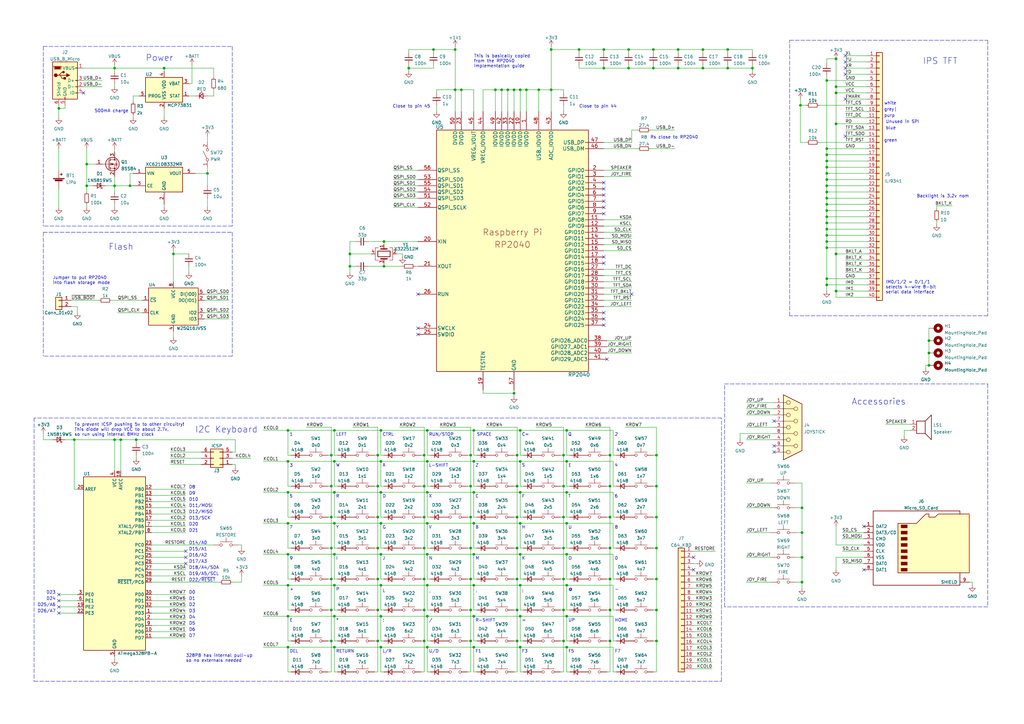
<source format=kicad_sch>
(kicad_sch (version 20211123) (generator eeschema)
  (paper "A3")
  (lib_symbols
    (symbol "Battery_Management:MCP73831-2-OT" (pin_names (offset 1.016))
      (property "Reference" "U" (at -7.62 6.35 0))
      (property "Value" "MCP73831-2-OT" (at 1.27 6.35 0))
      (symbol "MCP73831-2-OT_1_1"
        (pin output line (at 10.16 -2.54 180) (length 2.54) (name "STAT") (number "1"))
        (pin power_in line (at 0 -7.62 90) (length 2.54) (name "VSS") (number "2"))
        (pin power_out line (at 10.16 2.54 180) (length 2.54) (name "VBAT") (number "3"))
        (pin power_in line (at 0 7.62 270) (length 2.54) (name "VDD") (number "4"))
        (pin input line (at -10.16 -2.54 0) (length 2.54) (name "PROG") (number "5"))
      )
    )
    (symbol "Connector:DB9_Female" (pin_names (offset 1.016) hide)
      (property "Reference" "J" (at 0 13.97 0))
      (property "Value" "DB9_Female" (at 0 -14.605 0))
      (symbol "DB9_Female_1_1"
        (pin passive line (at -7.62 10.16 0) (length 3.81) (name "1") (number "1"))
        (pin passive line (at -7.62 5.08 0) (length 3.81) (name "2") (number "2"))
        (pin passive line (at -7.62 0 0) (length 3.81) (name "3") (number "3"))
        (pin passive line (at -7.62 -5.08 0) (length 3.81) (name "4") (number "4"))
        (pin passive line (at -7.62 -10.16 0) (length 3.81) (name "5") (number "5"))
        (pin passive line (at -7.62 7.62 0) (length 3.81) (name "6") (number "6"))
        (pin passive line (at -7.62 2.54 0) (length 3.81) (name "7") (number "7"))
        (pin passive line (at -7.62 -2.54 0) (length 3.81) (name "8") (number "8"))
        (pin passive line (at -7.62 -7.62 0) (length 3.81) (name "9") (number "9"))
      )
    )
    (symbol "Connector:Micro_SD_Card" (pin_names (offset 1.016))
      (property "Reference" "J" (at -16.51 15.24 0))
      (property "Value" "Micro_SD_Card" (at 16.51 15.24 0))
      (symbol "Micro_SD_Card_1_1"
        (pin bidirectional line (at -22.86 7.62 0) (length 3.81) (name "DAT2") (number "1"))
        (pin bidirectional line (at -22.86 5.08 0) (length 3.81) (name "DAT3/CD") (number "2"))
        (pin input line (at -22.86 2.54 0) (length 3.81) (name "CMD") (number "3"))
        (pin power_in line (at -22.86 0 0) (length 3.81) (name "VDD") (number "4"))
        (pin input line (at -22.86 -2.54 0) (length 3.81) (name "CLK") (number "5"))
        (pin power_in line (at -22.86 -5.08 0) (length 3.81) (name "VSS") (number "6"))
        (pin bidirectional line (at -22.86 -7.62 0) (length 3.81) (name "DAT0") (number "7"))
        (pin bidirectional line (at -22.86 -10.16 0) (length 3.81) (name "DAT1") (number "8"))
        (pin passive line (at 20.32 -15.24 180) (length 3.81) (name "SHIELD") (number "9"))
      )
    )
    (symbol "Connector:USB_B_Micro" (pin_names (offset 1.016))
      (property "Reference" "J" (at -5.08 11.43 0))
      (property "Value" "USB_B_Micro" (at -5.08 8.89 0))
      (symbol "USB_B_Micro_1_1"
        (pin power_out line (at 7.62 5.08 180) (length 2.54) (name "VBUS") (number "1"))
        (pin bidirectional line (at 7.62 -2.54 180) (length 2.54) (name "D-") (number "2"))
        (pin bidirectional line (at 7.62 0 180) (length 2.54) (name "D+") (number "3"))
        (pin passive line (at 7.62 -5.08 180) (length 2.54) (name "ID") (number "4"))
        (pin power_out line (at 0 -10.16 90) (length 2.54) (name "GND") (number "5"))
        (pin passive line (at -2.54 -10.16 90) (length 2.54) (name "Shield") (number "6"))
      )
    )
    (symbol "Connector_Generic:Conn_01x02" (pin_names (offset 1.016) hide)
      (property "Reference" "J" (at 0 2.54 0))
      (property "Value" "Conn_01x02" (at 0 -5.08 0))
      (symbol "Conn_01x02_1_1"
        (pin passive line (at -5.08 0 0) (length 3.81) (name "Pin_1") (number "1"))
        (pin passive line (at -5.08 -2.54 0) (length 3.81) (name "Pin_2") (number "2"))
      )
    )
    (symbol "Connector_Generic:Conn_01x20" (pin_names (offset 1.016) hide)
      (property "Reference" "J" (at 0 25.4 0))
      (property "Value" "Conn_01x20" (at 0 -27.94 0))
      (symbol "Conn_01x20_1_1"
        (pin passive line (at -5.08 22.86 0) (length 3.81) (name "Pin_1") (number "1"))
        (pin passive line (at -5.08 0 0) (length 3.81) (name "Pin_10") (number "10"))
        (pin passive line (at -5.08 -2.54 0) (length 3.81) (name "Pin_11") (number "11"))
        (pin passive line (at -5.08 -5.08 0) (length 3.81) (name "Pin_12") (number "12"))
        (pin passive line (at -5.08 -7.62 0) (length 3.81) (name "Pin_13") (number "13"))
        (pin passive line (at -5.08 -10.16 0) (length 3.81) (name "Pin_14") (number "14"))
        (pin passive line (at -5.08 -12.7 0) (length 3.81) (name "Pin_15") (number "15"))
        (pin passive line (at -5.08 -15.24 0) (length 3.81) (name "Pin_16") (number "16"))
        (pin passive line (at -5.08 -17.78 0) (length 3.81) (name "Pin_17") (number "17"))
        (pin passive line (at -5.08 -20.32 0) (length 3.81) (name "Pin_18") (number "18"))
        (pin passive line (at -5.08 -22.86 0) (length 3.81) (name "Pin_19") (number "19"))
        (pin passive line (at -5.08 20.32 0) (length 3.81) (name "Pin_2") (number "2"))
        (pin passive line (at -5.08 -25.4 0) (length 3.81) (name "Pin_20") (number "20"))
        (pin passive line (at -5.08 17.78 0) (length 3.81) (name "Pin_3") (number "3"))
        (pin passive line (at -5.08 15.24 0) (length 3.81) (name "Pin_4") (number "4"))
        (pin passive line (at -5.08 12.7 0) (length 3.81) (name "Pin_5") (number "5"))
        (pin passive line (at -5.08 10.16 0) (length 3.81) (name "Pin_6") (number "6"))
        (pin passive line (at -5.08 7.62 0) (length 3.81) (name "Pin_7") (number "7"))
        (pin passive line (at -5.08 5.08 0) (length 3.81) (name "Pin_8") (number "8"))
        (pin passive line (at -5.08 2.54 0) (length 3.81) (name "Pin_9") (number "9"))
      )
    )
    (symbol "Connector_Generic:Conn_01x40" (pin_names (offset 1.016) hide)
      (property "Reference" "J" (at 0 50.8 0))
      (property "Value" "Conn_01x40" (at 0 -53.34 0))
      (symbol "Conn_01x40_1_1"
        (pin passive line (at -5.08 48.26 0) (length 3.81) (name "Pin_1") (number "1"))
        (pin passive line (at -5.08 25.4 0) (length 3.81) (name "Pin_10") (number "10"))
        (pin passive line (at -5.08 22.86 0) (length 3.81) (name "Pin_11") (number "11"))
        (pin passive line (at -5.08 20.32 0) (length 3.81) (name "Pin_12") (number "12"))
        (pin passive line (at -5.08 17.78 0) (length 3.81) (name "Pin_13") (number "13"))
        (pin passive line (at -5.08 15.24 0) (length 3.81) (name "Pin_14") (number "14"))
        (pin passive line (at -5.08 12.7 0) (length 3.81) (name "Pin_15") (number "15"))
        (pin passive line (at -5.08 10.16 0) (length 3.81) (name "Pin_16") (number "16"))
        (pin passive line (at -5.08 7.62 0) (length 3.81) (name "Pin_17") (number "17"))
        (pin passive line (at -5.08 5.08 0) (length 3.81) (name "Pin_18") (number "18"))
        (pin passive line (at -5.08 2.54 0) (length 3.81) (name "Pin_19") (number "19"))
        (pin passive line (at -5.08 45.72 0) (length 3.81) (name "Pin_2") (number "2"))
        (pin passive line (at -5.08 0 0) (length 3.81) (name "Pin_20") (number "20"))
        (pin passive line (at -5.08 -2.54 0) (length 3.81) (name "Pin_21") (number "21"))
        (pin passive line (at -5.08 -5.08 0) (length 3.81) (name "Pin_22") (number "22"))
        (pin passive line (at -5.08 -7.62 0) (length 3.81) (name "Pin_23") (number "23"))
        (pin passive line (at -5.08 -10.16 0) (length 3.81) (name "Pin_24") (number "24"))
        (pin passive line (at -5.08 -12.7 0) (length 3.81) (name "Pin_25") (number "25"))
        (pin passive line (at -5.08 -15.24 0) (length 3.81) (name "Pin_26") (number "26"))
        (pin passive line (at -5.08 -17.78 0) (length 3.81) (name "Pin_27") (number "27"))
        (pin passive line (at -5.08 -20.32 0) (length 3.81) (name "Pin_28") (number "28"))
        (pin passive line (at -5.08 -22.86 0) (length 3.81) (name "Pin_29") (number "29"))
        (pin passive line (at -5.08 43.18 0) (length 3.81) (name "Pin_3") (number "3"))
        (pin passive line (at -5.08 -25.4 0) (length 3.81) (name "Pin_30") (number "30"))
        (pin passive line (at -5.08 -27.94 0) (length 3.81) (name "Pin_31") (number "31"))
        (pin passive line (at -5.08 -30.48 0) (length 3.81) (name "Pin_32") (number "32"))
        (pin passive line (at -5.08 -33.02 0) (length 3.81) (name "Pin_33") (number "33"))
        (pin passive line (at -5.08 -35.56 0) (length 3.81) (name "Pin_34") (number "34"))
        (pin passive line (at -5.08 -38.1 0) (length 3.81) (name "Pin_35") (number "35"))
        (pin passive line (at -5.08 -40.64 0) (length 3.81) (name "Pin_36") (number "36"))
        (pin passive line (at -5.08 -43.18 0) (length 3.81) (name "Pin_37") (number "37"))
        (pin passive line (at -5.08 -45.72 0) (length 3.81) (name "Pin_38") (number "38"))
        (pin passive line (at -5.08 -48.26 0) (length 3.81) (name "Pin_39") (number "39"))
        (pin passive line (at -5.08 40.64 0) (length 3.81) (name "Pin_4") (number "4"))
        (pin passive line (at -5.08 -50.8 0) (length 3.81) (name "Pin_40") (number "40"))
        (pin passive line (at -5.08 38.1 0) (length 3.81) (name "Pin_5") (number "5"))
        (pin passive line (at -5.08 35.56 0) (length 3.81) (name "Pin_6") (number "6"))
        (pin passive line (at -5.08 33.02 0) (length 3.81) (name "Pin_7") (number "7"))
        (pin passive line (at -5.08 30.48 0) (length 3.81) (name "Pin_8") (number "8"))
        (pin passive line (at -5.08 27.94 0) (length 3.81) (name "Pin_9") (number "9"))
      )
    )
    (symbol "Connector_Generic:Conn_02x03_Odd_Even" (pin_names (offset 1.016) hide)
      (property "Reference" "J" (at 1.27 5.08 0))
      (property "Value" "Conn_02x03_Odd_Even" (at 1.27 -5.08 0))
      (symbol "Conn_02x03_Odd_Even_1_1"
        (pin passive line (at -5.08 2.54 0) (length 3.81) (name "Pin_1") (number "1"))
        (pin passive line (at 7.62 2.54 180) (length 3.81) (name "Pin_2") (number "2"))
        (pin passive line (at -5.08 0 0) (length 3.81) (name "Pin_3") (number "3"))
        (pin passive line (at 7.62 0 180) (length 3.81) (name "Pin_4") (number "4"))
        (pin passive line (at -5.08 -2.54 0) (length 3.81) (name "Pin_5") (number "5"))
        (pin passive line (at 7.62 -2.54 180) (length 3.81) (name "Pin_6") (number "6"))
      )
    )
    (symbol "Device:Battery_Cell" (pin_numbers hide) (pin_names (offset 0) hide)
      (property "Reference" "BT" (at 2.54 2.54 0))
      (property "Value" "Battery_Cell" (at 2.54 0 0))
      (symbol "Battery_Cell_1_1"
        (pin passive line (at 0 5.08 270) (length 2.54) (name "+") (number "1"))
        (pin passive line (at 0 -2.54 90) (length 2.54) (name "-") (number "2"))
      )
    )
    (symbol "Device:C_Small" (pin_numbers hide) (pin_names (offset 0.254) hide)
      (property "Reference" "C" (at 0.254 1.778 0))
      (property "Value" "C_Small" (at 0.254 -2.032 0))
      (symbol "C_Small_1_1"
        (pin passive line (at 0 2.54 270) (length 2.032) (name "~") (number "1"))
        (pin passive line (at 0 -2.54 90) (length 2.032) (name "~") (number "2"))
      )
    )
    (symbol "Device:Crystal_GND24" (pin_names (offset 1.016) hide)
      (property "Reference" "Y" (at 3.175 5.08 0))
      (property "Value" "Crystal_GND24" (at 3.175 3.175 0))
      (symbol "Crystal_GND24_1_1"
        (pin passive line (at -3.81 0 0) (length 1.27) (name "1") (number "1"))
        (pin passive line (at 0 5.08 270) (length 1.27) (name "2") (number "2"))
        (pin passive line (at 3.81 0 180) (length 1.27) (name "3") (number "3"))
        (pin passive line (at 0 -5.08 90) (length 1.27) (name "4") (number "4"))
      )
    )
    (symbol "Device:D_Schottky_Small" (pin_numbers hide) (pin_names (offset 0.254) hide)
      (property "Reference" "D" (at -1.27 2.032 0))
      (property "Value" "D_Schottky_Small" (at -7.112 -2.032 0))
      (symbol "D_Schottky_Small_1_1"
        (pin passive line (at -2.54 0 0) (length 1.778) (name "K") (number "1"))
        (pin passive line (at 2.54 0 180) (length 1.778) (name "A") (number "2"))
      )
    )
    (symbol "Device:D_Small" (pin_numbers hide) (pin_names (offset 0.254) hide)
      (property "Reference" "D" (at -1.27 2.032 0))
      (property "Value" "D_Small" (at -3.81 -2.032 0))
      (symbol "D_Small_1_1"
        (pin passive line (at -2.54 0 0) (length 1.778) (name "K") (number "1"))
        (pin passive line (at 2.54 0 180) (length 1.778) (name "A") (number "2"))
      )
    )
    (symbol "Device:LED_Small" (pin_numbers hide) (pin_names (offset 0.254) hide)
      (property "Reference" "D" (at -1.27 3.175 0))
      (property "Value" "LED_Small" (at -4.445 -2.54 0))
      (symbol "LED_Small_1_1"
        (pin passive line (at -2.54 0 0) (length 1.778) (name "K") (number "1"))
        (pin passive line (at 2.54 0 180) (length 1.778) (name "A") (number "2"))
      )
    )
    (symbol "Device:R_Small" (pin_numbers hide) (pin_names (offset 0.254) hide)
      (property "Reference" "R" (at 0.762 0.508 0))
      (property "Value" "R_Small" (at 0.762 -1.016 0))
      (symbol "R_Small_1_1"
        (pin passive line (at 0 2.54 270) (length 0.762) (name "~") (number "1"))
        (pin passive line (at 0 -2.54 90) (length 0.762) (name "~") (number "2"))
      )
    )
    (symbol "Device:Speaker" (pin_names (offset 0) hide)
      (property "Reference" "LS" (at 1.27 5.715 0))
      (property "Value" "Speaker" (at 1.27 3.81 0))
      (symbol "Speaker_1_1"
        (pin input line (at -5.08 0 0) (length 2.54) (name "1") (number "1"))
        (pin input line (at -5.08 -2.54 0) (length 2.54) (name "2") (number "2"))
      )
    )
    (symbol "MCU_Microchip_ATmega:ATmega328PB-A"
      (property "Reference" "U" (at -12.7 36.83 0))
      (property "Value" "ATmega328PB-A" (at 2.54 -36.83 0))
      (symbol "ATmega328PB-A_1_1"
        (pin bidirectional line (at 15.24 -20.32 180) (length 2.54) (name "PD3") (number "1"))
        (pin bidirectional line (at 15.24 -27.94 180) (length 2.54) (name "PD6") (number "10"))
        (pin bidirectional line (at 15.24 -30.48 180) (length 2.54) (name "PD7") (number "11"))
        (pin bidirectional line (at 15.24 30.48 180) (length 2.54) (name "PB0") (number "12"))
        (pin bidirectional line (at 15.24 27.94 180) (length 2.54) (name "PB1") (number "13"))
        (pin bidirectional line (at 15.24 25.4 180) (length 2.54) (name "PB2") (number "14"))
        (pin bidirectional line (at 15.24 22.86 180) (length 2.54) (name "PB3") (number "15"))
        (pin bidirectional line (at 15.24 20.32 180) (length 2.54) (name "PB4") (number "16"))
        (pin bidirectional line (at 15.24 17.78 180) (length 2.54) (name "PB5") (number "17"))
        (pin power_in line (at 2.54 38.1 270) (length 2.54) (name "AVCC") (number "18"))
        (pin bidirectional line (at -15.24 -17.78 0) (length 2.54) (name "PE2") (number "19"))
        (pin bidirectional line (at 15.24 -22.86 180) (length 2.54) (name "PD4") (number "2"))
        (pin passive line (at -15.24 30.48 0) (length 2.54) (name "AREF") (number "20"))
        (pin passive line (at 0 -38.1 90) (length 2.54) hide (name "GND") (number "21"))
        (pin bidirectional line (at -15.24 -20.32 0) (length 2.54) (name "PE3") (number "22"))
        (pin bidirectional line (at 15.24 7.62 180) (length 2.54) (name "PC0") (number "23"))
        (pin bidirectional line (at 15.24 5.08 180) (length 2.54) (name "PC1") (number "24"))
        (pin bidirectional line (at 15.24 2.54 180) (length 2.54) (name "PC2") (number "25"))
        (pin bidirectional line (at 15.24 0 180) (length 2.54) (name "PC3") (number "26"))
        (pin bidirectional line (at 15.24 -2.54 180) (length 2.54) (name "PC4") (number "27"))
        (pin bidirectional line (at 15.24 -5.08 180) (length 2.54) (name "PC5") (number "28"))
        (pin bidirectional line (at 15.24 -7.62 180) (length 2.54) (name "~{RESET}/PC6") (number "29"))
        (pin bidirectional line (at -15.24 -12.7 0) (length 2.54) (name "PE0") (number "3"))
        (pin bidirectional line (at 15.24 -12.7 180) (length 2.54) (name "PD0") (number "30"))
        (pin bidirectional line (at 15.24 -15.24 180) (length 2.54) (name "PD1") (number "31"))
        (pin bidirectional line (at 15.24 -17.78 180) (length 2.54) (name "PD2") (number "32"))
        (pin power_in line (at 0 38.1 270) (length 2.54) (name "VCC") (number "4"))
        (pin power_in line (at 0 -38.1 90) (length 2.54) (name "GND") (number "5"))
        (pin bidirectional line (at -15.24 -15.24 0) (length 2.54) (name "PE1") (number "6"))
        (pin bidirectional line (at 15.24 15.24 180) (length 2.54) (name "XTAL1/PB6") (number "7"))
        (pin bidirectional line (at 15.24 12.7 180) (length 2.54) (name "XTAL2/PB7") (number "8"))
        (pin bidirectional line (at 15.24 -25.4 180) (length 2.54) (name "PD5") (number "9"))
      )
    )
    (symbol "Mechanical:MountingHole_Pad" (pin_numbers hide) (pin_names (offset 1.016) hide)
      (property "Reference" "H" (at 0 6.35 0))
      (property "Value" "MountingHole_Pad" (at 0 4.445 0))
      (symbol "MountingHole_Pad_1_1"
        (pin input line (at 0 -2.54 90) (length 2.54) (name "1") (number "1"))
      )
    )
    (symbol "RP2040:RP2040" (pin_names (offset 0.254))
      (property "Reference" "U" (at 3.81 6.35 0))
      (property "Value" "RP2040" (at 59.69 -96.52 0))
      (symbol "RP2040_0_0"
        (text "Raspberry Pi" (at 33.655 -36.83 0) (effects (font (size 2.54 2.54))))
        (text "RP2040" (at 33.655 -41.91 0) (effects (font (size 2.54 2.54))))
      )
      (symbol "RP2040_1_1"
        (pin power_in line (at 39.37 12.7 270) (length 7.62) (name "IOVDD") (number "1"))
        (pin power_in line (at 36.83 12.7 270) (length 7.62) (name "IOVDD") (number "10"))
        (pin bidirectional line (at 71.12 -31.75 180) (length 7.62) (name "GPIO8") (number "11"))
        (pin bidirectional line (at 71.12 -34.29 180) (length 7.62) (name "GPIO9") (number "12"))
        (pin bidirectional line (at 71.12 -36.83 180) (length 7.62) (name "GPIO10") (number "13"))
        (pin bidirectional line (at 71.12 -39.37 180) (length 7.62) (name "GPIO11") (number "14"))
        (pin bidirectional line (at 71.12 -41.91 180) (length 7.62) (name "GPIO12") (number "15"))
        (pin bidirectional line (at 71.12 -44.45 180) (length 7.62) (name "GPIO13") (number "16"))
        (pin bidirectional line (at 71.12 -46.99 180) (length 7.62) (name "GPIO14") (number "17"))
        (pin bidirectional line (at 71.12 -49.53 180) (length 7.62) (name "GPIO15") (number "18"))
        (pin unspecified line (at 21.59 -101.6 90) (length 7.62) (name "TESTEN") (number "19"))
        (pin bidirectional line (at 71.12 -11.43 180) (length 7.62) (name "GPIO0") (number "2"))
        (pin unspecified line (at -5.08 -40.64 0) (length 7.62) (name "XIN") (number "20"))
        (pin output line (at -5.08 -50.8 0) (length 7.62) (name "XOUT") (number "21"))
        (pin power_in line (at 34.29 12.7 270) (length 7.62) (name "IOVDD") (number "22"))
        (pin power_in line (at 12.7 12.7 270) (length 7.62) (name "DVDD") (number "23"))
        (pin unspecified line (at -5.08 -76.2 0) (length 7.62) (name "SWCLK") (number "24"))
        (pin unspecified line (at -5.08 -78.74 0) (length 7.62) (name "SWDIO") (number "25"))
        (pin unspecified line (at -5.08 -62.23 0) (length 7.62) (name "RUN") (number "26"))
        (pin bidirectional line (at 71.12 -52.07 180) (length 7.62) (name "GPIO16") (number "27"))
        (pin bidirectional line (at 71.12 -54.61 180) (length 7.62) (name "GPIO17") (number "28"))
        (pin bidirectional line (at 71.12 -57.15 180) (length 7.62) (name "GPIO18") (number "29"))
        (pin bidirectional line (at 71.12 -13.97 180) (length 7.62) (name "GPIO1") (number "3"))
        (pin bidirectional line (at 71.12 -59.69 180) (length 7.62) (name "GPIO19") (number "30"))
        (pin bidirectional line (at 71.12 -62.23 180) (length 7.62) (name "GPIO20") (number "31"))
        (pin bidirectional line (at 71.12 -64.77 180) (length 7.62) (name "GPIO21") (number "32"))
        (pin power_in line (at 31.75 12.7 270) (length 7.62) (name "IOVDD") (number "33"))
        (pin bidirectional line (at 71.12 -67.31 180) (length 7.62) (name "GPIO22") (number "34"))
        (pin bidirectional line (at 71.12 -69.85 180) (length 7.62) (name "GPIO23") (number "35"))
        (pin bidirectional line (at 71.12 -72.39 180) (length 7.62) (name "GPIO24") (number "36"))
        (pin bidirectional line (at 71.12 -74.93 180) (length 7.62) (name "GPIO25") (number "37"))
        (pin bidirectional line (at 72.39 -81.28 180) (length 7.62) (name "GPIO26_ADC0") (number "38"))
        (pin bidirectional line (at 72.39 -83.82 180) (length 7.62) (name "GPIO27_ADC1") (number "39"))
        (pin bidirectional line (at 71.12 -16.51 180) (length 7.62) (name "GPIO2") (number "4"))
        (pin bidirectional line (at 72.39 -86.36 180) (length 7.62) (name "GPIO28_ADC2") (number "40"))
        (pin bidirectional line (at 72.39 -88.9 180) (length 7.62) (name "GPIO29_ADC3") (number "41"))
        (pin power_in line (at 29.21 12.7 270) (length 7.62) (name "IOVDD") (number "42"))
        (pin power_in line (at 49.53 12.7 270) (length 7.62) (name "ADC_IOVDD") (number "43"))
        (pin unspecified line (at 21.59 12.7 270) (length 7.62) (name "VREG_IOVDD") (number "44"))
        (pin output line (at 17.78 12.7 270) (length 7.62) (name "VREG_VOUT") (number "45"))
        (pin unspecified line (at 71.12 -2.54 180) (length 7.62) (name "USB_DM") (number "46"))
        (pin unspecified line (at 71.12 0 180) (length 7.62) (name "USB_DP") (number "47"))
        (pin power_in line (at 44.45 12.7 270) (length 7.62) (name "USB_IOVDD") (number "48"))
        (pin power_in line (at 26.67 12.7 270) (length 7.62) (name "IOVDD") (number "49"))
        (pin bidirectional line (at 71.12 -19.05 180) (length 7.62) (name "GPIO3") (number "5"))
        (pin power_in line (at 10.16 12.7 270) (length 7.62) (name "DVDD") (number "50"))
        (pin bidirectional line (at -5.08 -22.86 0) (length 7.62) (name "QSPI_SD3") (number "51"))
        (pin unspecified line (at -5.08 -26.67 0) (length 7.62) (name "QSPI_SCLK") (number "52"))
        (pin bidirectional line (at -5.08 -15.24 0) (length 7.62) (name "QSPI_SD0") (number "53"))
        (pin bidirectional line (at -5.08 -20.32 0) (length 7.62) (name "QSPI_SD2") (number "54"))
        (pin bidirectional line (at -5.08 -17.78 0) (length 7.62) (name "QSPI_SD1") (number "55"))
        (pin unspecified line (at -5.08 -11.43 0) (length 7.62) (name "QSPI_SS") (number "56"))
        (pin power_in line (at 34.29 -101.6 90) (length 7.62) (name "GND") (number "57"))
        (pin bidirectional line (at 71.12 -21.59 180) (length 7.62) (name "GPIO4") (number "6"))
        (pin bidirectional line (at 71.12 -24.13 180) (length 7.62) (name "GPIO5") (number "7"))
        (pin bidirectional line (at 71.12 -26.67 180) (length 7.62) (name "GPIO6") (number "8"))
        (pin bidirectional line (at 71.12 -29.21 180) (length 7.62) (name "GPIO7") (number "9"))
      )
    )
    (symbol "Regulator_Linear:XC6210B332MR"
      (property "Reference" "U3" (at 0 9.0465 0))
      (property "Value" "XC6210B332MR" (at 0 6.2714 0))
      (symbol "XC6210B332MR_1_1"
        (pin power_in line (at -12.7 2.54 0) (length 5.08) (name "VIN") (number "1"))
        (pin power_in line (at 0 -10.16 90) (length 5.08) (name "GND") (number "2"))
        (pin input line (at -12.7 -2.54 0) (length 5.08) (name "CE") (number "3"))
        (pin no_connect line (at 12.7 -2.54 180) (length 5.08) hide (name "NC") (number "4"))
        (pin power_out line (at 12.7 2.54 180) (length 5.08) (name "VOUT") (number "5"))
      )
    )
    (symbol "Silvestron Components:W25Q16JVSS"
      (property "Reference" "U" (at -8.89 8.89 0))
      (property "Value" "W25Q16JVSS" (at 7.62 8.89 0))
      (symbol "W25Q16JVSS_1_1"
        (pin input line (at -12.7 2.54 0) (length 2.54) (name "~{CS}") (number "1"))
        (pin bidirectional line (at 12.7 2.54 180) (length 2.54) (name "DO(IO1)") (number "2"))
        (pin bidirectional line (at 12.7 -2.54 180) (length 2.54) (name "IO2") (number "3"))
        (pin power_in line (at 0 -10.16 90) (length 2.54) (name "GND") (number "4"))
        (pin bidirectional line (at 12.7 5.08 180) (length 2.54) (name "DI(IO0)") (number "5"))
        (pin input line (at -12.7 -2.54 0) (length 2.54) (name "CLK") (number "6"))
        (pin bidirectional line (at 12.7 -5.08 180) (length 2.54) (name "IO3") (number "7"))
        (pin power_in line (at 0 10.16 270) (length 2.54) (name "VCC") (number "8"))
      )
    )
    (symbol "Switch:SW_Push" (pin_numbers hide) (pin_names (offset 1.016) hide)
      (property "Reference" "SW" (at 1.27 2.54 0))
      (property "Value" "SW_Push" (at 0 -1.524 0))
      (symbol "SW_Push_0_1"
        (pin passive line (at -5.08 0 0) (length 2.54) (name "1") (number "1"))
        (pin passive line (at 5.08 0 180) (length 2.54) (name "2") (number "2"))
      )
    )
    (symbol "Switch:SW_SPST" (pin_names (offset 0) hide)
      (property "Reference" "SW" (at 0 3.175 0))
      (property "Value" "SW_SPST" (at 0 -2.54 0))
      (symbol "SW_SPST_1_1"
        (pin passive line (at -5.08 0 0) (length 2.54) (name "A") (number "1"))
        (pin passive line (at 5.08 0 180) (length 2.54) (name "B") (number "2"))
      )
    )
    (symbol "Transistor_FET:BSS84" (pin_names hide)
      (property "Reference" "Q" (at 5.08 1.905 0))
      (property "Value" "BSS84" (at 5.08 0 0))
      (symbol "BSS84_1_1"
        (pin input line (at -5.08 0 0) (length 2.54) (name "G") (number "1"))
        (pin passive line (at 2.54 -5.08 90) (length 2.54) (name "S") (number "2"))
        (pin passive line (at 2.54 5.08 270) (length 2.54) (name "D") (number "3"))
      )
    )
    (symbol "power:+1V1" (power) (pin_names (offset 0))
      (property "Value" "+1V1" (at 0 3.556 0))
      (symbol "+1V1_1_1"
        (pin power_in line (at 0 0 90) (length 0) hide (name "+1V1") (number "1"))
      )
    )
    (symbol "power:+3V3" (power) (pin_names (offset 0))
      (property "Value" "+3V3" (at 0 3.556 0))
      (symbol "+3V3_1_1"
        (pin power_in line (at 0 0 90) (length 0) hide (name "+3V3") (number "1"))
      )
    )
    (symbol "power:+BATT" (power) (pin_names (offset 0))
      (property "Value" "+BATT" (at 0 3.556 0))
      (symbol "+BATT_1_1"
        (pin power_in line (at 0 0 90) (length 0) hide (name "+BATT") (number "1"))
      )
    )
    (symbol "power:GND" (power) (pin_names (offset 0))
      (property "Value" "GND" (at 0 -3.81 0))
      (symbol "GND_1_1"
        (pin power_in line (at 0 0 270) (length 0) hide (name "GND") (number "1"))
      )
    )
    (symbol "power:VBUS" (power) (pin_names (offset 0))
      (property "Value" "VBUS" (at 0 3.81 0))
      (symbol "VBUS_1_1"
        (pin power_in line (at 0 0 90) (length 0) hide (name "VBUS") (number "1"))
      )
    )
  )
  (junction (at 342.9 119.38))
  (junction (at 232.41 227.33))
  (junction (at 175.26 201.93))
  (junction (at 213.36 176.53))
  (junction (at 212.09 250.19))
  (junction (at 339.09 71.12))
  (junction (at 339.09 66.04))
  (junction (at 232.41 176.53))
  (junction (at 156.21 214.63))
  (junction (at 193.04 250.19))
  (junction (at 118.11 240.03))
  (junction (at 175.26 252.73))
  (junction (at 339.09 88.9))
  (junction (at 71.12 104.14))
  (junction (at 46.99 27.94))
  (junction (at 213.36 36.83))
  (junction (at 339.09 91.44))
  (junction (at 257.81 20.32))
  (junction (at 213.36 214.63))
  (junction (at 118.11 176.53))
  (junction (at 269.24 186.69))
  (junction (at 177.8 20.32))
  (junction (at 135.89 262.89))
  (junction (at 213.36 252.73))
  (junction (at 154.94 186.69))
  (junction (at 328.93 208.28))
  (junction (at 154.94 250.19))
  (junction (at 213.36 265.43))
  (junction (at 175.26 265.43))
  (junction (at 237.49 20.32))
  (junction (at 269.24 224.79))
  (junction (at 342.9 50.8))
  (junction (at 135.89 237.49))
  (junction (at 269.24 199.39))
  (junction (at 339.09 86.36))
  (junction (at 173.99 262.89))
  (junction (at 67.31 27.94))
  (junction (at 278.13 27.94))
  (junction (at 339.09 63.5))
  (junction (at 231.14 199.39))
  (junction (at 328.93 218.44))
  (junction (at 137.16 265.43))
  (junction (at 194.31 240.03))
  (junction (at 298.45 27.94))
  (junction (at 137.16 176.53))
  (junction (at 232.41 265.43))
  (junction (at 212.09 186.69))
  (junction (at 339.09 81.28))
  (junction (at 232.41 189.23))
  (junction (at 24.13 44.45))
  (junction (at 250.19 199.39))
  (junction (at 135.89 250.19))
  (junction (at 175.26 189.23))
  (junction (at 194.31 252.73))
  (junction (at 328.295 43.18))
  (junction (at 175.26 227.33))
  (junction (at 328.93 228.6))
  (junction (at 339.09 116.84))
  (junction (at 194.31 176.53))
  (junction (at 339.09 33.02))
  (junction (at 381 144.78))
  (junction (at 250.19 186.69))
  (junction (at 339.09 114.3))
  (junction (at 143.51 109.22))
  (junction (at 193.04 237.49))
  (junction (at 55.88 180.34))
  (junction (at 231.14 186.69))
  (junction (at 189.23 36.83))
  (junction (at 194.31 214.63))
  (junction (at 269.24 212.09))
  (junction (at 156.21 227.33))
  (junction (at 342.9 24.13))
  (junction (at 210.82 36.83))
  (junction (at 193.04 262.89))
  (junction (at 205.74 36.83))
  (junction (at 135.89 224.79))
  (junction (at 194.31 227.33))
  (junction (at 173.99 186.69))
  (junction (at 30.48 180.34))
  (junction (at 154.94 224.79))
  (junction (at 339.09 78.74))
  (junction (at 269.24 237.49))
  (junction (at 215.9 36.83))
  (junction (at 175.26 240.03))
  (junction (at 143.51 104.14))
  (junction (at 308.61 27.94))
  (junction (at 137.16 227.33))
  (junction (at 157.48 99.06))
  (junction (at 339.09 60.96))
  (junction (at 232.41 252.73))
  (junction (at 85.09 71.12))
  (junction (at 137.16 214.63))
  (junction (at 269.24 250.19))
  (junction (at 137.16 240.03))
  (junction (at 381 149.86))
  (junction (at 118.11 214.63))
  (junction (at 35.56 76.2))
  (junction (at 118.11 189.23))
  (junction (at 156.21 240.03))
  (junction (at 231.14 237.49))
  (junction (at 339.09 73.66))
  (junction (at 154.94 212.09))
  (junction (at 339.09 83.82))
  (junction (at 175.26 214.63))
  (junction (at 298.45 20.32))
  (junction (at 250.19 212.09))
  (junction (at 342.9 35.56))
  (junction (at 278.13 20.32))
  (junction (at 250.19 237.49))
  (junction (at 231.14 224.79))
  (junction (at 267.97 20.32))
  (junction (at 232.41 214.63))
  (junction (at 193.04 186.69))
  (junction (at 137.16 189.23))
  (junction (at 154.94 199.39))
  (junction (at 212.09 199.39))
  (junction (at 213.36 201.93))
  (junction (at 226.06 36.83))
  (junction (at 339.09 101.6))
  (junction (at 208.28 36.83))
  (junction (at 186.69 20.32))
  (junction (at 118.11 265.43))
  (junction (at 257.81 27.94))
  (junction (at 175.26 176.53))
  (junction (at 339.09 68.58))
  (junction (at 156.21 189.23))
  (junction (at 194.31 265.43))
  (junction (at 212.09 262.89))
  (junction (at 135.89 212.09))
  (junction (at 46.99 180.34))
  (junction (at 342.9 38.1))
  (junction (at 194.31 189.23))
  (junction (at 156.21 201.93))
  (junction (at 49.53 180.34))
  (junction (at 212.09 224.79))
  (junction (at 167.64 27.94))
  (junction (at 339.09 99.06))
  (junction (at 173.99 224.79))
  (junction (at 231.14 212.09))
  (junction (at 157.48 109.22))
  (junction (at 137.16 252.73))
  (junction (at 212.09 212.09))
  (junction (at 186.69 36.83))
  (junction (at 231.14 262.89))
  (junction (at 213.36 227.33))
  (junction (at 267.97 27.94))
  (junction (at 250.19 262.89))
  (junction (at 232.41 201.93))
  (junction (at 339.09 76.2))
  (junction (at 46.99 76.2))
  (junction (at 213.36 240.03))
  (junction (at 154.94 237.49))
  (junction (at 173.99 237.49))
  (junction (at 231.14 250.19))
  (junction (at 193.04 199.39))
  (junction (at 210.82 161.29))
  (junction (at 194.31 201.93))
  (junction (at 118.11 201.93))
  (junction (at 226.06 20.32))
  (junction (at 342.9 104.14))
  (junction (at 156.21 252.73))
  (junction (at 288.29 20.32))
  (junction (at 288.29 27.94))
  (junction (at 250.19 224.79))
  (junction (at 232.41 240.03))
  (junction (at 137.16 201.93))
  (junction (at 35.56 67.31))
  (junction (at 135.89 186.69))
  (junction (at 247.65 20.32))
  (junction (at 381 139.7))
  (junction (at 173.99 212.09))
  (junction (at 154.94 262.89))
  (junction (at 339.09 93.98))
  (junction (at 156.21 265.43))
  (junction (at 173.99 199.39))
  (junction (at 193.04 224.79))
  (junction (at 220.98 36.83))
  (junction (at 328.93 238.76))
  (junction (at 247.65 27.94))
  (junction (at 339.09 96.52))
  (junction (at 250.19 250.19))
  (junction (at 269.24 262.89))
  (junction (at 135.89 199.39))
  (junction (at 212.09 237.49))
  (junction (at 173.99 250.19))
  (junction (at 156.21 176.53))
  (junction (at 118.11 227.33))
  (junction (at 213.36 189.23))
  (junction (at 118.11 252.73))
  (junction (at 203.2 36.83))
  (junction (at 193.04 212.09))
  (junction (at 53.34 76.2))
  (no_connect (at 24.13 251.46))
  (no_connect (at 346.71 55.88))
  (no_connect (at 171.45 120.65))
  (no_connect (at 284.48 228.6))
  (no_connect (at 284.48 233.68))
  (no_connect (at 354.33 215.9))
  (no_connect (at 317.5 172.72))
  (no_connect (at 317.5 182.88))
  (no_connect (at 317.5 185.42))
  (no_connect (at 247.65 133.35))
  (no_connect (at 247.65 128.27))
  (no_connect (at 247.65 130.81))
  (no_connect (at 248.92 147.32))
  (no_connect (at 247.65 82.55))
  (no_connect (at 247.65 85.09))
  (no_connect (at 247.65 87.63))
  (no_connect (at 247.65 105.41))
  (no_connect (at 247.65 107.95))
  (no_connect (at 247.65 80.01))
  (no_connect (at 247.65 77.47))
  (no_connect (at 171.45 137.16))
  (no_connect (at 171.45 134.62))
  (no_connect (at 76.2 226.06))
  (no_connect (at 76.2 231.14))
  (no_connect (at 76.2 228.6))
  (no_connect (at 24.13 248.92))
  (no_connect (at 34.29 38.1))
  (no_connect (at 24.13 243.84))
  (no_connect (at 346.71 27.94))
  (no_connect (at 346.71 30.48))
  (no_connect (at 346.71 22.86))
  (no_connect (at 346.71 40.64))
  (no_connect (at 346.71 25.4))
  (no_connect (at 354.33 233.68))
  (no_connect (at 24.13 246.38))
  (no_connect (at 247.65 74.93))
  (no_connect (at 259.08 120.65))
  (wire (pts (xy 62.23 256.54) (xy 76.2 256.54)))
  (wire (pts (xy 233.68 212.09) (xy 232.41 212.09)))
  (wire (pts (xy 210.82 237.49) (xy 212.09 237.49)))
  (wire (pts (xy 62.23 213.36) (xy 76.2 213.36)))
  (wire (pts (xy 233.68 224.79) (xy 232.41 224.79)))
  (polyline (pts (xy 405.13 16.51) (xy 405.13 129.54)))
  (wire (pts (xy 229.87 250.19) (xy 231.14 250.19)))
  (polyline (pts (xy 17.78 95.25) (xy 95.25 95.25)))
  (wire (pts (xy 328.93 218.44) (xy 328.93 208.28)))
  (wire (pts (xy 118.11 265.43) (xy 118.11 275.59)))
  (wire (pts (xy 118.11 240.03) (xy 137.16 240.03)))
  (wire (pts (xy 156.21 240.03) (xy 156.21 250.19)))
  (wire (pts (xy 339.09 91.44) (xy 339.09 93.98)))
  (wire (pts (xy 35.56 76.2) (xy 38.1 76.2)))
  (wire (pts (xy 339.09 114.3) (xy 355.6 114.3)))
  (wire (pts (xy 119.38 199.39) (xy 118.11 199.39)))
  (wire (pts (xy 342.9 24.13) (xy 339.09 24.13)))
  (wire (pts (xy 157.48 212.09) (xy 156.21 212.09)))
  (wire (pts (xy 154.94 199.39) (xy 154.94 212.09)))
  (wire (pts (xy 381 144.78) (xy 381 149.86)))
  (wire (pts (xy 35.56 60.96) (xy 35.56 67.31)))
  (wire (pts (xy 229.87 262.89) (xy 231.14 262.89)))
  (wire (pts (xy 247.65 95.25) (xy 259.08 95.25)))
  (wire (pts (xy 284.48 246.38) (xy 292.1 246.38)))
  (wire (pts (xy 55.88 180.34) (xy 49.53 180.34)))
  (polyline (pts (xy 405.13 157.48) (xy 405.13 248.92)))
  (wire (pts (xy 345.44 220.98) (xy 354.33 220.98)))
  (wire (pts (xy 138.43 275.59) (xy 137.16 275.59)))
  (wire (pts (xy 95.25 190.5) (xy 96.52 190.5)))
  (wire (pts (xy 210.82 250.19) (xy 212.09 250.19)))
  (wire (pts (xy 355.6 91.44) (xy 339.09 91.44)))
  (wire (pts (xy 342.9 228.6) (xy 342.9 233.68)))
  (wire (pts (xy 156.21 189.23) (xy 156.21 199.39)))
  (wire (pts (xy 62.23 238.76) (xy 90.17 238.76)))
  (wire (pts (xy 328.295 58.42) (xy 328.295 43.18)))
  (wire (pts (xy 195.58 224.79) (xy 194.31 224.79)))
  (wire (pts (xy 107.95 227.33) (xy 118.11 227.33)))
  (wire (pts (xy 167.64 20.32) (xy 167.64 21.59)))
  (wire (pts (xy 231.14 224.79) (xy 231.14 237.49)))
  (wire (pts (xy 170.18 109.22) (xy 171.45 109.22)))
  (wire (pts (xy 167.64 20.32) (xy 177.8 20.32)))
  (wire (pts (xy 46.99 27.94) (xy 46.99 29.21)))
  (wire (pts (xy 67.31 27.94) (xy 87.63 27.94)))
  (polyline (pts (xy 405.13 248.92) (xy 297.18 248.92)))
  (wire (pts (xy 198.12 36.83) (xy 203.2 36.83)))
  (wire (pts (xy 67.31 83.82) (xy 67.31 85.09)))
  (wire (pts (xy 355.6 83.82) (xy 339.09 83.82)))
  (wire (pts (xy 252.73 186.69) (xy 251.46 186.69)))
  (wire (pts (xy 342.9 104.14) (xy 355.6 104.14)))
  (wire (pts (xy 210.82 186.69) (xy 212.09 186.69)))
  (wire (pts (xy 176.53 262.89) (xy 175.26 262.89)))
  (wire (pts (xy 210.82 224.79) (xy 212.09 224.79)))
  (wire (pts (xy 247.65 97.79) (xy 259.08 97.79)))
  (wire (pts (xy 284.48 264.16) (xy 292.1 264.16)))
  (wire (pts (xy 284.48 266.7) (xy 292.1 266.7)))
  (wire (pts (xy 191.77 224.79) (xy 193.04 224.79)))
  (wire (pts (xy 173.99 186.69) (xy 173.99 175.26)))
  (wire (pts (xy 237.49 20.32) (xy 237.49 21.59)))
  (wire (pts (xy 251.46 227.33) (xy 251.46 237.49)))
  (wire (pts (xy 339.09 78.74) (xy 339.09 81.28)))
  (wire (pts (xy 232.41 265.43) (xy 251.46 265.43)))
  (wire (pts (xy 284.48 248.92) (xy 292.1 248.92)))
  (wire (pts (xy 118.11 214.63) (xy 118.11 224.79)))
  (wire (pts (xy 212.09 212.09) (xy 212.09 224.79)))
  (wire (pts (xy 193.04 262.89) (xy 193.04 275.59)))
  (wire (pts (xy 342.9 121.92) (xy 355.6 121.92)))
  (wire (pts (xy 213.36 189.23) (xy 232.41 189.23)))
  (wire (pts (xy 210.82 275.59) (xy 212.09 275.59)))
  (wire (pts (xy 62.23 236.22) (xy 76.2 236.22)))
  (wire (pts (xy 177.8 26.67) (xy 177.8 27.94)))
  (wire (pts (xy 191.77 250.19) (xy 193.04 250.19)))
  (wire (pts (xy 46.99 269.24) (xy 46.99 270.51)))
  (wire (pts (xy 229.87 275.59) (xy 231.14 275.59)))
  (wire (pts (xy 157.48 224.79) (xy 156.21 224.79)))
  (wire (pts (xy 232.41 189.23) (xy 251.46 189.23)))
  (wire (pts (xy 233.68 186.69) (xy 232.41 186.69)))
  (wire (pts (xy 355.6 81.28) (xy 339.09 81.28)))
  (wire (pts (xy 213.36 201.93) (xy 232.41 201.93)))
  (wire (pts (xy 194.31 240.03) (xy 194.31 250.19)))
  (wire (pts (xy 384.175 84.455) (xy 384.175 85.725)))
  (wire (pts (xy 212.09 262.89) (xy 212.09 275.59)))
  (wire (pts (xy 212.09 199.39) (xy 212.09 212.09)))
  (wire (pts (xy 172.72 275.59) (xy 173.99 275.59)))
  (wire (pts (xy 231.14 250.19) (xy 231.14 262.89)))
  (wire (pts (xy 62.23 231.14) (xy 76.2 231.14)))
  (wire (pts (xy 175.26 227.33) (xy 194.31 227.33)))
  (wire (pts (xy 298.45 27.94) (xy 308.61 27.94)))
  (polyline (pts (xy 17.78 19.05) (xy 17.78 92.71)))
  (wire (pts (xy 80.01 71.12) (xy 85.09 71.12)))
  (wire (pts (xy 355.6 101.6) (xy 339.09 101.6)))
  (wire (pts (xy 193.04 199.39) (xy 193.04 212.09)))
  (wire (pts (xy 144.78 175.26) (xy 154.94 175.26)))
  (wire (pts (xy 213.36 227.33) (xy 213.36 237.49)))
  (wire (pts (xy 156.21 214.63) (xy 175.26 214.63)))
  (wire (pts (xy 143.51 104.14) (xy 152.4 104.14)))
  (wire (pts (xy 342.9 24.13) (xy 342.9 35.56)))
  (wire (pts (xy 233.68 275.59) (xy 232.41 275.59)))
  (wire (pts (xy 62.23 243.84) (xy 76.2 243.84)))
  (wire (pts (xy 326.39 208.28) (xy 328.93 208.28)))
  (wire (pts (xy 77.47 104.14) (xy 71.12 104.14)))
  (wire (pts (xy 179.07 38.1) (xy 179.07 36.83)))
  (wire (pts (xy 328.93 228.6) (xy 328.93 218.44)))
  (wire (pts (xy 213.36 214.63) (xy 232.41 214.63)))
  (wire (pts (xy 212.09 186.69) (xy 212.09 175.26)))
  (wire (pts (xy 107.95 189.23) (xy 118.11 189.23)))
  (wire (pts (xy 308.61 27.94) (xy 308.61 26.67)))
  (wire (pts (xy 134.62 224.79) (xy 135.89 224.79)))
  (wire (pts (xy 306.07 228.6) (xy 316.23 228.6)))
  (wire (pts (xy 172.72 237.49) (xy 173.99 237.49)))
  (wire (pts (xy 172.72 186.69) (xy 173.99 186.69)))
  (wire (pts (xy 161.29 69.85) (xy 171.45 69.85)))
  (wire (pts (xy 266.7 60.96) (xy 276.86 60.96)))
  (wire (pts (xy 339.09 116.84) (xy 339.09 119.38)))
  (wire (pts (xy 137.16 189.23) (xy 137.16 199.39)))
  (wire (pts (xy 71.12 135.89) (xy 71.12 138.43)))
  (wire (pts (xy 220.98 36.83) (xy 226.06 36.83)))
  (wire (pts (xy 137.16 201.93) (xy 156.21 201.93)))
  (wire (pts (xy 381 139.7) (xy 381 144.78)))
  (wire (pts (xy 161.29 76.2) (xy 171.45 76.2)))
  (wire (pts (xy 233.68 199.39) (xy 232.41 199.39)))
  (wire (pts (xy 195.58 250.19) (xy 194.31 250.19)))
  (wire (pts (xy 346.71 106.68) (xy 355.6 106.68)))
  (wire (pts (xy 213.36 240.03) (xy 232.41 240.03)))
  (wire (pts (xy 339.09 60.96) (xy 355.6 60.96)))
  (wire (pts (xy 284.48 241.3) (xy 292.1 241.3)))
  (wire (pts (xy 35.56 76.2) (xy 35.56 78.74)))
  (wire (pts (xy 55.88 180.34) (xy 96.52 180.34)))
  (wire (pts (xy 138.43 250.19) (xy 137.16 250.19)))
  (wire (pts (xy 69.85 185.42) (xy 82.55 185.42)))
  (wire (pts (xy 118.11 176.53) (xy 137.16 176.53)))
  (wire (pts (xy 250.19 262.89) (xy 250.19 275.59)))
  (wire (pts (xy 137.16 240.03) (xy 156.21 240.03)))
  (wire (pts (xy 346.71 45.72) (xy 355.6 45.72)))
  (wire (pts (xy 62.23 226.06) (xy 76.2 226.06)))
  (wire (pts (xy 288.29 20.32) (xy 298.45 20.32)))
  (wire (pts (xy 269.24 199.39) (xy 269.24 212.09)))
  (wire (pts (xy 193.04 186.69) (xy 193.04 199.39)))
  (wire (pts (xy 288.29 26.67) (xy 288.29 27.94)))
  (wire (pts (xy 153.67 186.69) (xy 154.94 186.69)))
  (wire (pts (xy 156.21 252.73) (xy 156.21 262.89)))
  (wire (pts (xy 135.89 250.19) (xy 135.89 262.89)))
  (wire (pts (xy 355.6 73.66) (xy 339.09 73.66)))
  (wire (pts (xy 339.09 116.84) (xy 355.6 116.84)))
  (wire (pts (xy 267.97 20.32) (xy 278.13 20.32)))
  (wire (pts (xy 107.95 240.03) (xy 118.11 240.03)))
  (wire (pts (xy 46.99 76.2) (xy 46.99 78.74)))
  (wire (pts (xy 46.99 60.96) (xy 46.99 62.23)))
  (wire (pts (xy 232.41 201.93) (xy 232.41 212.09)))
  (wire (pts (xy 193.04 237.49) (xy 193.04 250.19)))
  (wire (pts (xy 193.04 224.79) (xy 193.04 237.49)))
  (wire (pts (xy 269.24 250.19) (xy 269.24 262.89)))
  (wire (pts (xy 339.09 31.115) (xy 339.09 33.02)))
  (wire (pts (xy 339.09 86.36) (xy 339.09 88.9)))
  (wire (pts (xy 173.99 212.09) (xy 173.99 224.79)))
  (wire (pts (xy 191.77 237.49) (xy 193.04 237.49)))
  (wire (pts (xy 212.09 237.49) (xy 212.09 250.19)))
  (wire (pts (xy 175.26 201.93) (xy 175.26 212.09)))
  (wire (pts (xy 339.09 66.04) (xy 339.09 68.58)))
  (wire (pts (xy 54.61 39.37) (xy 57.15 39.37)))
  (wire (pts (xy 251.46 201.93) (xy 251.46 212.09)))
  (wire (pts (xy 250.19 250.19) (xy 250.19 262.89)))
  (wire (pts (xy 248.92 224.79) (xy 250.19 224.79)))
  (wire (pts (xy 328.295 43.18) (xy 328.295 40.64)))
  (wire (pts (xy 278.13 20.32) (xy 288.29 20.32)))
  (wire (pts (xy 355.6 93.98) (xy 339.09 93.98)))
  (wire (pts (xy 135.89 186.69) (xy 135.89 175.26)))
  (wire (pts (xy 231.14 237.49) (xy 231.14 250.19)))
  (wire (pts (xy 153.67 275.59) (xy 154.94 275.59)))
  (wire (pts (xy 339.09 96.52) (xy 339.09 99.06)))
  (wire (pts (xy 175.26 201.93) (xy 194.31 201.93)))
  (wire (pts (xy 62.23 233.68) (xy 76.2 233.68)))
  (polyline (pts (xy 17.78 19.05) (xy 95.25 19.05)))
  (wire (pts (xy 232.41 176.53) (xy 251.46 176.53)))
  (wire (pts (xy 154.94 262.89) (xy 154.94 275.59)))
  (wire (pts (xy 328.93 241.3) (xy 328.93 238.76)))
  (wire (pts (xy 48.26 128.27) (xy 58.42 128.27)))
  (wire (pts (xy 95.25 187.96) (xy 102.87 187.96)))
  (wire (pts (xy 208.28 36.83) (xy 208.28 45.72)))
  (wire (pts (xy 339.09 60.96) (xy 339.09 63.5)))
  (wire (pts (xy 97.79 223.52) (xy 99.06 223.52)))
  (wire (pts (xy 173.99 262.89) (xy 173.99 275.59)))
  (wire (pts (xy 339.09 68.58) (xy 339.09 71.12)))
  (wire (pts (xy 138.43 262.89) (xy 137.16 262.89)))
  (wire (pts (xy 93.98 120.65) (xy 83.82 120.65)))
  (wire (pts (xy 173.99 250.19) (xy 173.99 262.89)))
  (wire (pts (xy 69.85 190.5) (xy 82.55 190.5)))
  (wire (pts (xy 257.81 20.32) (xy 257.81 21.59)))
  (wire (pts (xy 49.53 180.34) (xy 46.99 180.34)))
  (wire (pts (xy 137.16 214.63) (xy 156.21 214.63)))
  (wire (pts (xy 137.16 189.23) (xy 156.21 189.23)))
  (wire (pts (xy 215.9 36.83) (xy 215.9 45.72)))
  (wire (pts (xy 214.63 250.19) (xy 213.36 250.19)))
  (wire (pts (xy 193.04 250.19) (xy 193.04 262.89)))
  (wire (pts (xy 93.98 123.19) (xy 83.82 123.19)))
  (wire (pts (xy 99.06 236.22) (xy 99.06 238.76)))
  (wire (pts (xy 328.93 238.76) (xy 328.93 228.6)))
  (wire (pts (xy 229.87 186.69) (xy 231.14 186.69)))
  (wire (pts (xy 175.26 214.63) (xy 194.31 214.63)))
  (wire (pts (xy 339.09 24.13) (xy 339.09 26.035)))
  (wire (pts (xy 339.09 99.06) (xy 339.09 101.6)))
  (wire (pts (xy 194.31 265.43) (xy 213.36 265.43)))
  (wire (pts (xy 137.16 227.33) (xy 156.21 227.33)))
  (wire (pts (xy 176.53 199.39) (xy 175.26 199.39)))
  (wire (pts (xy 156.21 176.53) (xy 175.26 176.53)))
  (wire (pts (xy 252.73 250.19) (xy 251.46 250.19)))
  (wire (pts (xy 46.99 180.34) (xy 46.99 193.04)))
  (wire (pts (xy 173.99 199.39) (xy 173.99 212.09)))
  (wire (pts (xy 154.94 250.19) (xy 154.94 262.89)))
  (wire (pts (xy 339.09 114.3) (xy 339.09 116.84)))
  (wire (pts (xy 157.48 275.59) (xy 156.21 275.59)))
  (wire (pts (xy 163.83 175.26) (xy 173.99 175.26)))
  (wire (pts (xy 53.34 76.2) (xy 54.61 76.2)))
  (wire (pts (xy 194.31 252.73) (xy 194.31 262.89)))
  (wire (pts (xy 247.65 72.39) (xy 259.08 72.39)))
  (wire (pts (xy 384.175 90.805) (xy 384.175 92.075)))
  (wire (pts (xy 49.53 180.34) (xy 49.53 193.04)))
  (wire (pts (xy 62.23 248.92) (xy 76.2 248.92)))
  (wire (pts (xy 247.65 123.19) (xy 259.08 123.19)))
  (wire (pts (xy 267.97 250.19) (xy 269.24 250.19)))
  (wire (pts (xy 342.9 119.38) (xy 342.9 121.92)))
  (wire (pts (xy 251.46 265.43) (xy 251.46 275.59)))
  (wire (pts (xy 153.67 212.09) (xy 154.94 212.09)))
  (wire (pts (xy 96.52 190.5) (xy 96.52 191.77)))
  (wire (pts (xy 278.13 27.94) (xy 267.97 27.94)))
  (wire (pts (xy 284.48 243.84) (xy 292.1 243.84)))
  (wire (pts (xy 373.38 176.53) (xy 370.84 176.53)))
  (wire (pts (xy 346.71 55.88) (xy 355.6 55.88)))
  (wire (pts (xy 213.36 176.53) (xy 232.41 176.53)))
  (wire (pts (xy 251.46 189.23) (xy 251.46 199.39)))
  (wire (pts (xy 355.6 63.5) (xy 339.09 63.5)))
  (wire (pts (xy 17.78 180.34) (xy 21.59 180.34)))
  (wire (pts (xy 213.36 214.63) (xy 213.36 224.79)))
  (wire (pts (xy 24.13 251.46) (xy 31.75 251.46)))
  (wire (pts (xy 118.11 252.73) (xy 137.16 252.73)))
  (wire (pts (xy 118.11 240.03) (xy 118.11 250.19)))
  (wire (pts (xy 232.41 214.63) (xy 232.41 224.79)))
  (wire (pts (xy 345.44 226.06) (xy 354.33 226.06)))
  (wire (pts (xy 99.06 223.52) (xy 99.06 224.79)))
  (wire (pts (xy 118.11 214.63) (xy 137.16 214.63)))
  (wire (pts (xy 326.39 238.76) (xy 328.93 238.76)))
  (wire (pts (xy 69.85 187.96) (xy 82.55 187.96)))
  (wire (pts (xy 213.36 36.83) (xy 213.36 45.72)))
  (wire (pts (xy 137.16 240.03) (xy 137.16 250.19)))
  (wire (pts (xy 45.72 123.19) (xy 58.42 123.19)))
  (wire (pts (xy 119.38 250.19) (xy 118.11 250.19)))
  (wire (pts (xy 346.71 25.4) (xy 355.6 25.4)))
  (wire (pts (xy 345.44 231.14) (xy 354.33 231.14)))
  (wire (pts (xy 189.23 36.83) (xy 189.23 45.72)))
  (wire (pts (xy 213.36 252.73) (xy 232.41 252.73)))
  (wire (pts (xy 67.31 27.94) (xy 67.31 29.21)))
  (wire (pts (xy 186.69 19.05) (xy 186.69 20.32)))
  (wire (pts (xy 179.07 43.18) (xy 179.07 45.72)))
  (wire (pts (xy 154.94 224.79) (xy 154.94 237.49)))
  (wire (pts (xy 326.39 218.44) (xy 328.93 218.44)))
  (wire (pts (xy 195.58 275.59) (xy 194.31 275.59)))
  (wire (pts (xy 46.99 76.2) (xy 53.34 76.2)))
  (wire (pts (xy 232.41 240.03) (xy 251.46 240.03)))
  (wire (pts (xy 232.41 252.73) (xy 232.41 262.89)))
  (wire (pts (xy 213.36 201.93) (xy 213.36 212.09)))
  (wire (pts (xy 226.06 36.83) (xy 231.14 36.83)))
  (wire (pts (xy 157.48 262.89) (xy 156.21 262.89)))
  (wire (pts (xy 214.63 212.09) (xy 213.36 212.09)))
  (wire (pts (xy 99.06 238.76) (xy 95.25 238.76)))
  (wire (pts (xy 173.99 186.69) (xy 173.99 199.39)))
  (wire (pts (xy 267.97 237.49) (xy 269.24 237.49)))
  (wire (pts (xy 308.61 27.94) (xy 308.61 29.21)))
  (wire (pts (xy 194.31 45.72) (xy 194.31 36.83)))
  (wire (pts (xy 284.48 231.14) (xy 285.75 231.14)))
  (wire (pts (xy 248.92 237.49) (xy 250.19 237.49)))
  (wire (pts (xy 240.03 175.26) (xy 250.19 175.26)))
  (wire (pts (xy 214.63 186.69) (xy 213.36 186.69)))
  (wire (pts (xy 194.31 240.03) (xy 213.36 240.03)))
  (wire (pts (xy 339.09 83.82) (xy 339.09 86.36)))
  (wire (pts (xy 77.47 39.37) (xy 80.01 39.37)))
  (wire (pts (xy 119.38 224.79) (xy 118.11 224.79)))
  (wire (pts (xy 267.97 186.69) (xy 269.24 186.69)))
  (wire (pts (xy 229.87 237.49) (xy 231.14 237.49)))
  (wire (pts (xy 251.46 252.73) (xy 251.46 262.89)))
  (wire (pts (xy 118.11 227.33) (xy 118.11 237.49)))
  (wire (pts (xy 210.82 36.83) (xy 210.82 45.72)))
  (wire (pts (xy 177.8 20.32) (xy 186.69 20.32)))
  (wire (pts (xy 119.38 275.59) (xy 118.11 275.59)))
  (wire (pts (xy 134.62 262.89) (xy 135.89 262.89)))
  (wire (pts (xy 156.21 201.93) (xy 156.21 212.09)))
  (wire (pts (xy 138.43 237.49) (xy 137.16 237.49)))
  (wire (pts (xy 205.74 36.83) (xy 208.28 36.83)))
  (wire (pts (xy 107.95 201.93) (xy 118.11 201.93)))
  (wire (pts (xy 232.41 252.73) (xy 251.46 252.73)))
  (wire (pts (xy 156.21 214.63) (xy 156.21 224.79)))
  (wire (pts (xy 186.69 36.83) (xy 186.69 20.32)))
  (wire (pts (xy 342.9 35.56) (xy 355.6 35.56)))
  (wire (pts (xy 346.71 48.26) (xy 355.6 48.26)))
  (wire (pts (xy 62.23 228.6) (xy 76.2 228.6)))
  (wire (pts (xy 137.16 214.63) (xy 137.16 224.79)))
  (wire (pts (xy 176.53 275.59) (xy 175.26 275.59)))
  (wire (pts (xy 215.9 36.83) (xy 220.98 36.83)))
  (wire (pts (xy 179.07 36.83) (xy 186.69 36.83)))
  (polyline (pts (xy 405.13 129.54) (xy 323.85 129.54)))
  (wire (pts (xy 137.16 252.73) (xy 156.21 252.73)))
  (wire (pts (xy 213.36 265.43) (xy 232.41 265.43)))
  (wire (pts (xy 54.61 41.91) (xy 54.61 39.37)))
  (wire (pts (xy 247.65 58.42) (xy 259.08 58.42)))
  (wire (pts (xy 31.75 125.73) (xy 31.75 128.27)))
  (wire (pts (xy 175.26 252.73) (xy 194.31 252.73)))
  (wire (pts (xy 231.14 186.69) (xy 231.14 175.26)))
  (wire (pts (xy 119.38 212.09) (xy 118.11 212.09)))
  (wire (pts (xy 194.31 189.23) (xy 213.36 189.23)))
  (wire (pts (xy 248.92 142.24) (xy 259.08 142.24)))
  (wire (pts (xy 284.48 259.08) (xy 292.1 259.08)))
  (wire (pts (xy 176.53 186.69) (xy 175.26 186.69)))
  (wire (pts (xy 35.56 83.82) (xy 35.56 85.09)))
  (wire (pts (xy 175.26 176.53) (xy 175.26 186.69)))
  (wire (pts (xy 346.71 109.22) (xy 355.6 109.22)))
  (wire (pts (xy 269.24 224.79) (xy 269.24 237.49)))
  (wire (pts (xy 194.31 252.73) (xy 213.36 252.73)))
  (wire (pts (xy 298.45 20.32) (xy 308.61 20.32)))
  (wire (pts (xy 173.99 224.79) (xy 173.99 237.49)))
  (polyline (pts (xy 95.25 19.05) (xy 95.25 92.71)))
  (wire (pts (xy 153.67 224.79) (xy 154.94 224.79)))
  (wire (pts (xy 157.48 109.22) (xy 165.1 109.22)))
  (wire (pts (xy 62.23 259.08) (xy 76.2 259.08)))
  (wire (pts (xy 62.23 246.38) (xy 76.2 246.38)))
  (wire (pts (xy 194.31 36.83) (xy 189.23 36.83)))
  (wire (pts (xy 233.68 262.89) (xy 232.41 262.89)))
  (wire (pts (xy 237.49 27.94) (xy 237.49 26.67)))
  (wire (pts (xy 210.82 161.29) (xy 198.12 161.29)))
  (wire (pts (xy 248.92 144.78) (xy 259.08 144.78)))
  (wire (pts (xy 173.99 237.49) (xy 173.99 250.19)))
  (wire (pts (xy 24.13 243.84) (xy 31.75 243.84)))
  (wire (pts (xy 247.65 102.87) (xy 259.08 102.87)))
  (wire (pts (xy 346.71 53.34) (xy 355.6 53.34)))
  (wire (pts (xy 24.13 60.96) (xy 24.13 69.85)))
  (wire (pts (xy 156.21 265.43) (xy 156.21 275.59)))
  (wire (pts (xy 194.31 189.23) (xy 194.31 199.39)))
  (wire (pts (xy 306.07 175.26) (xy 317.5 175.26)))
  (wire (pts (xy 62.23 218.44) (xy 76.2 218.44)))
  (wire (pts (xy 156.21 189.23) (xy 175.26 189.23)))
  (wire (pts (xy 232.41 265.43) (xy 232.41 275.59)))
  (wire (pts (xy 194.31 176.53) (xy 194.31 186.69)))
  (wire (pts (xy 326.39 228.6) (xy 328.93 228.6)))
  (polyline (pts (xy 295.91 171.45) (xy 13.97 171.45)))
  (wire (pts (xy 172.72 212.09) (xy 173.99 212.09)))
  (wire (pts (xy 355.6 86.36) (xy 339.09 86.36)))
  (wire (pts (xy 284.48 269.24) (xy 292.1 269.24)))
  (polyline (pts (xy 17.78 95.25) (xy 17.78 146.05)))
  (wire (pts (xy 252.73 237.49) (xy 251.46 237.49)))
  (wire (pts (xy 156.21 265.43) (xy 175.26 265.43)))
  (wire (pts (xy 107.95 265.43) (xy 118.11 265.43)))
  (wire (pts (xy 153.67 237.49) (xy 154.94 237.49)))
  (wire (pts (xy 213.36 36.83) (xy 215.9 36.83)))
  (wire (pts (xy 137.16 176.53) (xy 156.21 176.53)))
  (wire (pts (xy 77.47 34.29) (xy 78.74 34.29)))
  (wire (pts (xy 138.43 212.09) (xy 137.16 212.09)))
  (wire (pts (xy 143.51 109.22) (xy 146.05 109.22)))
  (wire (pts (xy 284.48 251.46) (xy 292.1 251.46)))
  (wire (pts (xy 194.31 265.43) (xy 194.31 275.59)))
  (wire (pts (xy 345.44 218.44) (xy 354.33 218.44)))
  (wire (pts (xy 248.92 186.69) (xy 250.19 186.69)))
  (wire (pts (xy 161.29 81.28) (xy 171.45 81.28)))
  (polyline (pts (xy 297.18 157.48) (xy 405.13 157.48)))
  (wire (pts (xy 381 139.7) (xy 381 134.62)))
  (wire (pts (xy 247.65 27.94) (xy 237.49 27.94)))
  (wire (pts (xy 34.29 35.56) (xy 41.91 35.56)))
  (wire (pts (xy 284.48 271.78) (xy 292.1 271.78)))
  (wire (pts (xy 247.65 20.32) (xy 247.65 21.59)))
  (wire (pts (xy 214.63 237.49) (xy 213.36 237.49)))
  (wire (pts (xy 355.6 88.9) (xy 339.09 88.9)))
  (wire (pts (xy 212.09 224.79) (xy 212.09 237.49)))
  (wire (pts (xy 118.11 265.43) (xy 137.16 265.43)))
  (wire (pts (xy 118.11 201.93) (xy 137.16 201.93)))
  (wire (pts (xy 156.21 240.03) (xy 175.26 240.03)))
  (wire (pts (xy 203.2 36.83) (xy 205.74 36.83)))
  (wire (pts (xy 232.41 227.33) (xy 251.46 227.33)))
  (wire (pts (xy 199.39 175.26) (xy 212.09 175.26)))
  (wire (pts (xy 55.88 186.69) (xy 55.88 187.96)))
  (wire (pts (xy 55.88 181.61) (xy 55.88 180.34)))
  (wire (pts (xy 186.69 36.83) (xy 186.69 45.72)))
  (wire (pts (xy 269.24 186.69) (xy 269.24 199.39)))
  (wire (pts (xy 267.97 27.94) (xy 257.81 27.94)))
  (wire (pts (xy 355.6 78.74) (xy 339.09 78.74)))
  (wire (pts (xy 342.9 119.38) (xy 355.6 119.38)))
  (wire (pts (xy 194.31 201.93) (xy 213.36 201.93)))
  (wire (pts (xy 85.09 39.37) (xy 87.63 39.37)))
  (wire (pts (xy 355.6 96.52) (xy 339.09 96.52)))
  (wire (pts (xy 134.62 212.09) (xy 135.89 212.09)))
  (wire (pts (xy 233.68 250.19) (xy 232.41 250.19)))
  (wire (pts (xy 284.48 256.54) (xy 292.1 256.54)))
  (wire (pts (xy 107.95 252.73) (xy 118.11 252.73)))
  (wire (pts (xy 194.31 227.33) (xy 194.31 237.49)))
  (wire (pts (xy 342.9 223.52) (xy 354.33 223.52)))
  (wire (pts (xy 157.48 199.39) (xy 156.21 199.39)))
  (wire (pts (xy 232.41 240.03) (xy 232.41 250.19)))
  (wire (pts (xy 363.22 173.99) (xy 373.38 173.99)))
  (wire (pts (xy 85.09 76.2) (xy 85.09 71.12)))
  (wire (pts (xy 172.72 250.19) (xy 173.99 250.19)))
  (wire (pts (xy 205.74 36.83) (xy 205.74 45.72)))
  (wire (pts (xy 248.92 199.39) (xy 250.19 199.39)))
  (wire (pts (xy 125.73 175.26) (xy 135.89 175.26)))
  (wire (pts (xy 176.53 212.09) (xy 175.26 212.09)))
  (wire (pts (xy 339.09 76.2) (xy 339.09 78.74)))
  (wire (pts (xy 143.51 109.22) (xy 143.51 111.76)))
  (wire (pts (xy 247.65 110.49) (xy 259.08 110.49)))
  (wire (pts (xy 191.77 262.89) (xy 193.04 262.89)))
  (wire (pts (xy 212.09 186.69) (xy 212.09 199.39)))
  (wire (pts (xy 247.65 125.73) (xy 259.08 125.73)))
  (wire (pts (xy 339.09 88.9) (xy 339.09 91.44)))
  (wire (pts (xy 210.82 160.02) (xy 210.82 161.29)))
  (wire (pts (xy 118.11 201.93) (xy 118.11 212.09)))
  (wire (pts (xy 172.72 224.79) (xy 173.99 224.79)))
  (wire (pts (xy 248.92 212.09) (xy 250.19 212.09)))
  (wire (pts (xy 153.67 199.39) (xy 154.94 199.39)))
  (wire (pts (xy 85.09 55.88) (xy 85.09 58.42)))
  (wire (pts (xy 248.92 250.19) (xy 250.19 250.19)))
  (wire (pts (xy 267.97 224.79) (xy 269.24 224.79)))
  (wire (pts (xy 250.19 237.49) (xy 250.19 250.19)))
  (wire (pts (xy 93.98 128.27) (xy 83.82 128.27)))
  (wire (pts (xy 298.45 21.59) (xy 298.45 20.32)))
  (wire (pts (xy 346.71 40.64) (xy 355.6 40.64)))
  (wire (pts (xy 46.99 34.29) (xy 46.99 35.56)))
  (wire (pts (xy 62.23 223.52) (xy 87.63 223.52)))
  (wire (pts (xy 71.12 104.14) (xy 71.12 115.57)))
  (wire (pts (xy 330.835 43.18) (xy 328.295 43.18)))
  (wire (pts (xy 118.11 252.73) (xy 118.11 262.89)))
  (wire (pts (xy 143.51 104.14) (xy 143.51 109.22)))
  (wire (pts (xy 198.12 161.29) (xy 198.12 160.02)))
  (wire (pts (xy 167.64 27.94) (xy 167.64 29.21)))
  (wire (pts (xy 284.48 236.22) (xy 292.1 236.22)))
  (wire (pts (xy 267.97 20.32) (xy 267.97 21.59)))
  (polyline (pts (xy 95.25 146.05) (xy 17.78 146.05)))
  (wire (pts (xy 119.38 186.69) (xy 118.11 186.69)))
  (wire (pts (xy 134.62 186.69) (xy 135.89 186.69)))
  (polyline (pts (xy 295.91 279.4) (xy 295.91 171.45)))
  (wire (pts (xy 339.09 81.28) (xy 339.09 83.82)))
  (wire (pts (xy 29.21 123.19) (xy 40.64 123.19)))
  (wire (pts (xy 135.89 262.89) (xy 135.89 275.59)))
  (wire (pts (xy 247.65 69.85) (xy 259.08 69.85)))
  (wire (pts (xy 191.77 186.69) (xy 193.04 186.69)))
  (wire (pts (xy 175.26 240.03) (xy 194.31 240.03)))
  (wire (pts (xy 26.67 43.18) (xy 26.67 44.45)))
  (wire (pts (xy 137.16 201.93) (xy 137.16 212.09)))
  (wire (pts (xy 85.09 68.58) (xy 85.09 71.12)))
  (wire (pts (xy 213.36 240.03) (xy 213.36 250.19)))
  (wire (pts (xy 231.14 36.83) (xy 231.14 38.1)))
  (wire (pts (xy 306.07 208.28) (xy 316.23 208.28)))
  (wire (pts (xy 346.71 30.48) (xy 355.6 30.48)))
  (wire (pts (xy 346.71 27.94) (xy 355.6 27.94)))
  (wire (pts (xy 157.48 250.19) (xy 156.21 250.19)))
  (wire (pts (xy 30.48 180.34) (xy 46.99 180.34)))
  (wire (pts (xy 153.67 250.19) (xy 154.94 250.19)))
  (wire (pts (xy 24.13 77.47) (xy 24.13 85.09)))
  (wire (pts (xy 118.11 176.53) (xy 118.11 186.69)))
  (wire (pts (xy 269.24 262.89) (xy 269.24 275.59)))
  (wire (pts (xy 24.13 43.18) (xy 24.13 44.45)))
  (wire (pts (xy 137.16 227.33) (xy 137.16 237.49)))
  (wire (pts (xy 34.29 33.02) (xy 41.91 33.02)))
  (wire (pts (xy 26.67 180.34) (xy 30.48 180.34)))
  (wire (pts (xy 143.51 99.06) (xy 143.51 104.14)))
  (wire (pts (xy 288.29 20.32) (xy 288.29 21.59)))
  (wire (pts (xy 267.97 262.89) (xy 269.24 262.89)))
  (wire (pts (xy 284.48 238.76) (xy 292.1 238.76)))
  (wire (pts (xy 247.65 90.17) (xy 259.08 90.17)))
  (wire (pts (xy 35.56 67.31) (xy 35.56 76.2)))
  (wire (pts (xy 172.72 199.39) (xy 173.99 199.39)))
  (wire (pts (xy 194.31 201.93) (xy 194.31 212.09)))
  (wire (pts (xy 355.6 71.12) (xy 339.09 71.12)))
  (wire (pts (xy 226.06 20.32) (xy 237.49 20.32)))
  (wire (pts (xy 162.56 104.14) (xy 165.1 104.14)))
  (wire (pts (xy 134.62 199.39) (xy 135.89 199.39)))
  (wire (pts (xy 24.13 44.45) (xy 24.13 48.26)))
  (wire (pts (xy 24.13 248.92) (xy 31.75 248.92)))
  (wire (pts (xy 257.81 26.67) (xy 257.81 27.94)))
  (wire (pts (xy 232.41 189.23) (xy 232.41 199.39)))
  (wire (pts (xy 214.63 275.59) (xy 213.36 275.59)))
  (wire (pts (xy 303.53 177.8) (xy 303.53 180.34)))
  (wire (pts (xy 233.68 237.49) (xy 232.41 237.49)))
  (wire (pts (xy 175.26 265.43) (xy 175.26 275.59)))
  (wire (pts (xy 175.26 252.73) (xy 175.26 262.89)))
  (wire (pts (xy 342.9 215.9) (xy 342.9 223.52)))
  (wire (pts (xy 46.99 83.82) (xy 46.99 85.09)))
  (wire (pts (xy 267.97 26.67) (xy 267.97 27.94)))
  (wire (pts (xy 119.38 237.49) (xy 118.11 237.49)))
  (wire (pts (xy 193.04 212.09) (xy 193.04 224.79)))
  (wire (pts (xy 210.82 36.83) (xy 213.36 36.83)))
  (wire (pts (xy 308.61 20.32) (xy 308.61 21.59)))
  (wire (pts (xy 175.26 189.23) (xy 194.31 189.23)))
  (wire (pts (xy 26.67 44.45) (xy 24.13 44.45)))
  (wire (pts (xy 342.9 104.14) (xy 342.9 119.38)))
  (wire (pts (xy 214.63 199.39) (xy 213.36 199.39)))
  (wire (pts (xy 269.24 212.09) (xy 269.24 224.79)))
  (wire (pts (xy 194.31 227.33) (xy 213.36 227.33)))
  (wire (pts (xy 247.65 120.65) (xy 259.08 120.65)))
  (wire (pts (xy 306.07 198.12) (xy 316.23 198.12)))
  (wire (pts (xy 107.95 176.53) (xy 118.11 176.53)))
  (wire (pts (xy 151.13 109.22) (xy 157.48 109.22)))
  (wire (pts (xy 157.48 186.69) (xy 156.21 186.69)))
  (wire (pts (xy 219.71 175.26) (xy 231.14 175.26)))
  (wire (pts (xy 298.45 26.67) (xy 298.45 27.94)))
  (wire (pts (xy 191.77 199.39) (xy 193.04 199.39)))
  (wire (pts (xy 119.38 262.89) (xy 118.11 262.89)))
  (wire (pts (xy 251.46 176.53) (xy 251.46 186.69)))
  (wire (pts (xy 379.73 149.86) (xy 381 149.86)))
  (wire (pts (xy 328.93 208.28) (xy 328.93 198.12)))
  (polyline (pts (xy 297.18 248.92) (xy 297.18 157.48)))
  (wire (pts (xy 278.13 26.67) (xy 278.13 27.94)))
  (wire (pts (xy 194.31 214.63) (xy 194.31 224.79)))
  (wire (pts (xy 54.61 48.26) (xy 54.61 46.99)))
  (wire (pts (xy 24.13 246.38) (xy 31.75 246.38)))
  (wire (pts (xy 34.29 27.94) (xy 46.99 27.94)))
  (wire (pts (xy 256.54 175.26) (xy 269.24 175.26)))
  (wire (pts (xy 231.14 43.18) (xy 231.14 45.72)))
  (wire (pts (xy 156.21 201.93) (xy 175.26 201.93)))
  (wire (pts (xy 231.14 199.39) (xy 231.14 212.09)))
  (wire (pts (xy 43.18 76.2) (xy 46.99 76.2)))
  (wire (pts (xy 176.53 224.79) (xy 175.26 224.79)))
  (wire (pts (xy 107.95 214.63) (xy 118.11 214.63)))
  (polyline (pts (xy 13.97 171.45) (xy 13.97 279.4)))
  (wire (pts (xy 269.24 237.49) (xy 269.24 250.19)))
  (wire (pts (xy 298.45 27.94) (xy 288.29 27.94)))
  (wire (pts (xy 226.06 20.32) (xy 226.06 36.83)))
  (wire (pts (xy 175.26 176.53) (xy 194.31 176.53)))
  (polyline (pts (xy 13.97 279.4) (xy 295.91 279.4)))
  (wire (pts (xy 195.58 262.89) (xy 194.31 262.89)))
  (wire (pts (xy 62.23 205.74) (xy 76.2 205.74)))
  (wire (pts (xy 191.77 275.59) (xy 193.04 275.59)))
  (wire (pts (xy 138.43 199.39) (xy 137.16 199.39)))
  (wire (pts (xy 346.71 111.76) (xy 355.6 111.76)))
  (wire (pts (xy 137.16 265.43) (xy 156.21 265.43)))
  (wire (pts (xy 53.34 71.12) (xy 54.61 71.12)))
  (wire (pts (xy 161.29 85.09) (xy 171.45 85.09)))
  (wire (pts (xy 247.65 92.71) (xy 259.08 92.71)))
  (wire (pts (xy 269.24 186.69) (xy 269.24 175.26)))
  (wire (pts (xy 370.84 176.53) (xy 370.84 179.07)))
  (wire (pts (xy 93.98 130.81) (xy 83.82 130.81)))
  (wire (pts (xy 198.12 45.72) (xy 198.12 36.83)))
  (wire (pts (xy 165.1 104.14) (xy 165.1 105.41)))
  (wire (pts (xy 339.09 73.66) (xy 339.09 76.2)))
  (wire (pts (xy 278.13 20.32) (xy 278.13 21.59)))
  (wire (pts (xy 355.6 68.58) (xy 339.09 68.58)))
  (wire (pts (xy 134.62 250.19) (xy 135.89 250.19)))
  (wire (pts (xy 250.19 186.69) (xy 250.19 175.26)))
  (wire (pts (xy 232.41 176.53) (xy 232.41 186.69)))
  (wire (pts (xy 176.53 250.19) (xy 175.26 250.19)))
  (wire (pts (xy 167.64 27.94) (xy 167.64 26.67)))
  (wire (pts (xy 248.92 262.89) (xy 250.19 262.89)))
  (wire (pts (xy 306.07 218.44) (xy 316.23 218.44)))
  (wire (pts (xy 306.07 170.18) (xy 317.5 170.18)))
  (wire (pts (xy 251.46 240.03) (xy 251.46 250.19)))
  (wire (pts (xy 335.915 43.18) (xy 355.6 43.18)))
  (wire (pts (xy 284.48 261.62) (xy 292.1 261.62)))
  (wire (pts (xy 247.65 26.67) (xy 247.65 27.94)))
  (wire (pts (xy 154.94 186.69) (xy 154.94 199.39)))
  (wire (pts (xy 30.48 200.66) (xy 30.48 180.34)))
  (wire (pts (xy 213.36 176.53) (xy 213.36 186.69)))
  (wire (pts (xy 154.94 237.49) (xy 154.94 250.19)))
  (wire (pts (xy 172.72 262.89) (xy 173.99 262.89)))
  (wire (pts (xy 157.48 99.06) (xy 157.48 100.33)))
  (wire (pts (xy 194.31 176.53) (xy 213.36 176.53)))
  (wire (pts (xy 135.89 186.69) (xy 135.89 199.39)))
  (wire (pts (xy 339.09 101.6) (xy 339.09 114.3)))
  (wire (pts (xy 195.58 186.69) (xy 194.31 186.69)))
  (wire (pts (xy 257.81 27.94) (xy 247.65 27.94)))
  (wire (pts (xy 397.51 238.76) (xy 398.78 238.76)))
  (wire (pts (xy 138.43 224.79) (xy 137.16 224.79)))
  (polyline (pts (xy 323.85 16.51) (xy 405.13 16.51)))
  (wire (pts (xy 175.26 227.33) (xy 175.26 237.49)))
  (wire (pts (xy 175.26 189.23) (xy 175.26 199.39)))
  (wire (pts (xy 231.14 212.09) (xy 231.14 224.79)))
  (wire (pts (xy 67.31 44.45) (xy 67.31 48.26)))
  (wire (pts (xy 306.07 238.76) (xy 316.23 238.76)))
  (wire (pts (xy 213.36 227.33) (xy 232.41 227.33)))
  (wire (pts (xy 247.65 100.33) (xy 259.08 100.33)))
  (wire (pts (xy 210.82 262.89) (xy 212.09 262.89)))
  (wire (pts (xy 135.89 199.39) (xy 135.89 212.09)))
  (wire (pts (xy 118.11 189.23) (xy 118.11 199.39)))
  (wire (pts (xy 354.33 228.6) (xy 342.9 228.6)))
  (wire (pts (xy 156.21 252.73) (xy 175.26 252.73)))
  (wire (pts (xy 220.98 36.83) (xy 220.98 45.72)))
  (wire (pts (xy 135.89 212.09) (xy 135.89 224.79)))
  (wire (pts (xy 342.9 50.8) (xy 342.9 104.14)))
  (wire (pts (xy 346.71 22.86) (xy 355.6 22.86)))
  (wire (pts (xy 62.23 215.9) (xy 76.2 215.9)))
  (wire (pts (xy 355.6 99.06) (xy 339.09 99.06)))
  (wire (pts (xy 87.63 31.75) (xy 87.63 27.94)))
  (wire (pts (xy 229.87 224.79) (xy 231.14 224.79)))
  (wire (pts (xy 213.36 252.73) (xy 213.36 262.89)))
  (wire (pts (xy 232.41 227.33) (xy 232.41 237.49)))
  (wire (pts (xy 330.835 58.42) (xy 328.295 58.42)))
  (wire (pts (xy 157.48 237.49) (xy 156.21 237.49)))
  (wire (pts (xy 154.94 212.09) (xy 154.94 224.79)))
  (wire (pts (xy 229.87 199.39) (xy 231.14 199.39)))
  (wire (pts (xy 135.89 237.49) (xy 135.89 250.19)))
  (wire (pts (xy 214.63 224.79) (xy 213.36 224.79)))
  (wire (pts (xy 161.29 78.74) (xy 171.45 78.74)))
  (wire (pts (xy 138.43 186.69) (xy 137.16 186.69)))
  (wire (pts (xy 175.26 214.63) (xy 175.26 224.79)))
  (wire (pts (xy 339.09 63.5) (xy 339.09 66.04)))
  (wire (pts (xy 247.65 60.96) (xy 261.62 60.96)))
  (wire (pts (xy 157.48 107.95) (xy 157.48 109.22)))
  (wire (pts (xy 210.82 199.39) (xy 212.09 199.39)))
  (wire (pts (xy 342.9 35.56) (xy 342.9 38.1)))
  (wire (pts (xy 134.62 237.49) (xy 135.89 237.49)))
  (wire (pts (xy 213.36 265.43) (xy 213.36 275.59)))
  (wire (pts (xy 29.21 125.73) (xy 31.75 125.73)))
  (wire (pts (xy 390.525 84.455) (xy 384.175 84.455)))
  (wire (pts (xy 118.11 189.23) (xy 137.16 189.23)))
  (wire (pts (xy 195.58 212.09) (xy 194.31 212.09)))
  (wire (pts (xy 62.23 254) (xy 76.2 254)))
  (wire (pts (xy 248.92 275.59) (xy 250.19 275.59)))
  (wire (pts (xy 306.07 165.1) (xy 317.5 165.1)))
  (wire (pts (xy 189.23 36.83) (xy 186.69 36.83)))
  (wire (pts (xy 208.28 36.83) (xy 210.82 36.83)))
  (wire (pts (xy 259.08 53.34) (xy 261.62 53.34)))
  (wire (pts (xy 214.63 262.89) (xy 213.36 262.89)))
  (wire (pts (xy 342.9 38.1) (xy 355.6 38.1)))
  (wire (pts (xy 259.08 58.42) (xy 259.08 53.34)))
  (wire (pts (xy 85.09 81.28) (xy 85.09 85.09)))
  (wire (pts (xy 62.23 261.62) (xy 76.2 261.62)))
  (wire (pts (xy 195.58 199.39) (xy 194.31 199.39)))
  (polyline (pts (xy 323.85 129.54) (xy 323.85 16.51)))
  (wire (pts (xy 252.73 199.39) (xy 251.46 199.39)))
  (wire (pts (xy 31.75 200.66) (xy 30.48 200.66)))
  (wire (pts (xy 267.97 275.59) (xy 269.24 275.59)))
  (wire (pts (xy 284.48 226.06) (xy 293.37 226.06)))
  (wire (pts (xy 231.14 262.89) (xy 231.14 275.59)))
  (wire (pts (xy 194.31 214.63) (xy 213.36 214.63)))
  (wire (pts (xy 212.09 250.19) (xy 212.09 262.89)))
  (wire (pts (xy 232.41 214.63) (xy 251.46 214.63)))
  (wire (pts (xy 71.12 102.87) (xy 71.12 104.14)))
  (wire (pts (xy 335.915 58.42) (xy 355.6 58.42)))
  (wire (pts (xy 226.06 19.05) (xy 226.06 20.32)))
  (wire (pts (xy 237.49 20.32) (xy 247.65 20.32)))
  (wire (pts (xy 134.62 275.59) (xy 135.89 275.59)))
  (wire (pts (xy 177.8 27.94) (xy 167.64 27.94)))
  (wire (pts (xy 339.09 33.02) (xy 355.6 33.02)))
  (wire (pts (xy 137.16 265.43) (xy 137.16 275.59)))
  (wire (pts (xy 229.87 212.09) (xy 231.14 212.09)))
  (wire (pts (xy 288.29 27.94) (xy 278.13 27.94)))
  (wire (pts (xy 251.46 214.63) (xy 251.46 224.79)))
  (wire (pts (xy 118.11 227.33) (xy 137.16 227.33)))
  (polyline (pts (xy 95.25 92.71) (xy 17.78 92.71)))
  (wire (pts (xy 342.9 50.8) (xy 355.6 50.8)))
  (wire (pts (xy 284.48 254) (xy 292.1 254)))
  (wire (pts (xy 250.19 224.79) (xy 250.19 237.49)))
  (wire (pts (xy 195.58 237.49) (xy 194.31 237.49)))
  (wire (pts (xy 247.65 113.03) (xy 259.08 113.03)))
  (wire (pts (xy 306.07 167.64) (xy 317.5 167.64)))
  (wire (pts (xy 267.97 212.09) (xy 269.24 212.09)))
  (wire (pts (xy 46.99 26.67) (xy 46.99 27.94)))
  (wire (pts (xy 95.25 185.42) (xy 96.52 185.42)))
  (wire (pts (xy 339.09 71.12) (xy 339.09 73.66)))
  (wire (pts (xy 176.53 237.49) (xy 175.26 237.49)))
  (wire (pts (xy 137.16 252.73) (xy 137.16 262.89)))
  (wire (pts (xy 250.19 199.39) (xy 250.19 212.09)))
  (polyline (pts (xy 95.25 95.25) (xy 95.25 146.05)))
  (wire (pts (xy 193.04 186.69) (xy 193.04 175.26)))
  (wire (pts (xy 252.73 212.09) (xy 251.46 212.09)))
  (wire (pts (xy 153.67 262.89) (xy 154.94 262.89)))
  (wire (pts (xy 398.78 238.76) (xy 398.78 240.03)))
  (wire (pts (xy 137.16 176.53) (xy 137.16 186.69)))
  (wire (pts (xy 213.36 189.23) (xy 213.36 199.39)))
  (wire (pts (xy 210.82 212.09) (xy 212.09 212.09)))
  (wire (pts (xy 46.99 27.94) (xy 67.31 27.94)))
  (wire (pts (xy 156.21 227.33) (xy 156.21 237.49)))
  (wire (pts (xy 252.73 224.79) (xy 251.46 224.79)))
  (wire (pts (xy 46.99 76.2) (xy 46.99 72.39)))
  (wire (pts (xy 78.74 26.67) (xy 78.74 34.29)))
  (wire (pts (xy 175.26 240.03) (xy 175.26 250.19)))
  (wire (pts (xy 180.34 175.26) (xy 193.04 175.26)))
  (wire (pts (xy 252.73 275.59) (xy 251.46 275.59)))
  (wire (pts (xy 77.47 109.22) (xy 77.47 111.76)))
  (wire (pts (xy 232.41 201.93) (xy 251.46 201.93)))
  (wire (pts (xy 62.23 203.2) (xy 76.2 203.2)))
  (wire (pts (xy 355.6 76.2) (xy 339.09 76.2)))
  (wire (pts (xy 379.73 149.86) (xy 379.73 151.13)))
  (wire (pts (xy 231.14 186.69) (xy 231.14 199.39)))
  (wire (pts (xy 154.94 186.69) (xy 154.94 175.26)))
  (wire (pts (xy 62.23 208.28) (xy 76.2 208.28)))
  (wire (pts (xy 257.81 20.32) (xy 267.97 20.32)))
  (wire (pts (xy 317.5 177.8) (xy 303.53 177.8)))
  (wire (pts (xy 62.23 200.66) (xy 76.2 200.66)))
  (wire (pts (xy 250.19 212.09) (xy 250.19 224.79)))
  (wire (pts (xy 266.7 53.34) (xy 276.86 53.34)))
  (wire (pts (xy 87.63 39.37) (xy 87.63 36.83)))
  (wire (pts (xy 62.23 251.46) (xy 76.2 251.46)))
  (wire (pts (xy 53.34 71.12) (xy 53.34 76.2)))
  (wire (pts (xy 284.48 274.32) (xy 292.1 274.32)))
  (wire (pts (xy 62.23 210.82) (xy 76.2 210.82)))
  (wire (pts (xy 175.26 265.43) (xy 194.31 265.43)))
  (wire (pts (xy 226.06 36.83) (xy 226.06 45.72)))
  (wire (pts (xy 35.56 67.31) (xy 39.37 67.31)))
  (wire (pts (xy 328.93 198.12) (xy 326.39 198.12)))
  (wire (pts (xy 248.92 139.7) (xy 259.08 139.7)))
  (wire (pts (xy 250.19 186.69) (xy 250.19 199.39)))
  (wire (pts (xy 306.07 180.34) (xy 317.5 180.34)))
  (wire (pts (xy 339.09 33.02) (xy 339.09 60.96)))
  (wire (pts (xy 157.48 99.06) (xy 171.45 99.06)))
  (wire (pts (xy 17.78 177.8) (xy 17.78 180.34)))
  (wire (pts (xy 161.29 73.66) (xy 171.45 73.66)))
  (wire (pts (xy 156.21 227.33) (xy 175.26 227.33)))
  (wire (pts (xy 177.8 20.32) (xy 177.8 21.59)))
  (wire (pts (xy 342.9 38.1) (xy 342.9 50.8)))
  (wire (pts (xy 191.77 212.09) (xy 193.04 212.09)))
  (wire (pts (xy 355.6 66.04) (xy 339.09 66.04)))
  (wire (pts (xy 135.89 224.79) (xy 135.89 237.49)))
  (wire (pts (xy 151.13 99.06) (xy 157.48 99.06)))
  (wire (pts (xy 339.09 93.98) (xy 339.09 96.52)))
  (wire (pts (xy 156.21 176.53) (xy 156.21 186.69)))
  (wire (pts (xy 210.82 161.29) (xy 210.82 162.56)))
  (wire (pts (xy 146.05 99.06) (xy 143.51 99.06)))
  (wire (pts (xy 247.65 118.11) (xy 259.08 118.11)))
  (wire (pts (xy 247.65 115.57) (xy 259.08 115.57)))
  (wire (pts (xy 252.73 262.89) (xy 251.46 262.89)))
  (wire (pts (xy 96.52 180.34) (xy 96.52 185.42)))
  (wire (pts (xy 203.2 36.83) (xy 203.2 45.72)))
  (wire (pts (xy 247.65 20.32) (xy 257.81 20.32)))
  (wire (pts (xy 267.97 199.39) (xy 269.24 199.39)))
  (text "=" (at 213.995 255.27 0) (effects (font (size 1.27 1.27)) (justify left bottom)))
  (text "D22/~{RESET}" (at 77.4351 238.7466 0) (effects (font (size 1.27 1.27)) (justify left bottom)))
  (text "D0" (at 77.47 243.84 0) (effects (font (size 1.27 1.27)) (justify left bottom)))
  (text "F5" (at 233.045 267.97 0) (effects (font (size 1.27 1.27)) (justify left bottom)))
  (text "K" (at 213.995 229.87 0) (effects (font (size 1.27 1.27)) (justify left bottom)))
  (text "D" (at 156.8424 204.3937 0) (effects (font (size 1.27 1.27)) (justify left bottom)))
  (text "LEFT" (at 137.795 179.07 0) (effects (font (size 1.27 1.27)) (justify left bottom)))
  (text "D20" (at 77.47 215.9 0) (effects (font (size 1.27 1.27)) (justify left bottom)))
  (text "328PB has internal pull-up\nso no externals needed" (at 76.2 271.78 0) (effects (font (size 1.27 1.27)) (justify left bottom)))
  (text "To prevent ICSP pushing 5v to other circuitry!\nThis diode will drop VCC to about 2.7v,\nso run using internal 8MHz clock" (at 30.48 179.07 0) (effects (font (size 1.27 1.27)) (justify left bottom)))
  (text "J" (at 156.845 229.87 0) (effects (font (size 1.27 1.27)) (justify left bottom)))
  (text "F3" (at 213.995 267.97 0) (effects (font (size 1.27 1.27)) (justify left bottom)))
  (text "RUN/STOP" (at 175.895 179.07 0) (effects (font (size 1.27 1.27)) (justify left bottom)))
  (text "Flash" (at 44.45 102.87 0) (effects (font (size 2.54 2.54)) (justify left bottom)))
  (text "F" (at 213.9842 204.3937 0) (effects (font (size 1.27 1.27)) (justify left bottom)))
  (text "4" (at 252.0451 191.6731 0) (effects (font (size 1.27 1.27)) (justify left bottom)))
  (text "RETURN" (at 137.795 267.97 0) (effects (font (size 1.27 1.27)) (justify left bottom)))
  (text "U/D" (at 175.895 267.97 0) (effects (font (size 1.27 1.27)) (justify left bottom)))
  (text "purp" (at 362.585 48.26 0) (effects (font (size 1.27 1.27)) (justify left bottom)))
  (text "D6" (at 77.47 259.08 0) (effects (font (size 1.27 1.27)) (justify left bottom)))
  (text "X" (at 175.8224 204.3937 0) (effects (font (size 1.27 1.27)) (justify left bottom)))
  (text "D19/A5/SCL" (at 77.47 236.22 0) (effects (font (size 1.27 1.27)) (justify left bottom)))
  (text "R-SHIFT\n" (at 194.945 255.27 0) (effects (font (size 1.27 1.27)) (justify left bottom)))
  (text "+" (at 118.745 242.57 0) (effects (font (size 1.27 1.27)) (justify left bottom)))
  (text "N" (at 175.895 229.87 0) (effects (font (size 1.27 1.27)) (justify left bottom)))
  (text "H" (at 213.9842 217.1143 0) (effects (font (size 1.27 1.27)) (justify left bottom)))
  (text "A" (at 156.8424 191.6731 0) (effects (font (size 1.27 1.27)) (justify left bottom)))
  (text "D5" (at 77.47 256.54 0) (effects (font (size 1.27 1.27)) (justify left bottom)))
  (text "Accessories" (at 349.25 166.37 0) (effects (font (size 2.54 2.54)) (justify left bottom)))
  (text "D21" (at 77.47 218.44 0) (effects (font (size 1.27 1.27)) (justify left bottom)))
  (text "Backlight is 3.2v nom" (at 375.92 81.28 0) (effects (font (size 1.27 1.27)) (justify left bottom)))
  (text "D8" (at 77.47 200.66 0) (effects (font (size 1.27 1.27)) (justify left bottom)))
  (text "D11/MOSI" (at 77.47 208.28 0) (effects (font (size 1.27 1.27)) (justify left bottom)))
  (text "SPACE" (at 195.5091 179.0534 0) (effects (font (size 1.27 1.27)) (justify left bottom)))
  (text "F7" (at 252.095 267.97 0) (effects (font (size 1.27 1.27)) (justify left bottom)))
  (text "CTRL" (at 156.845 179.07 0) (effects (font (size 1.27 1.27)) (justify left bottom)))
  (text "IM0/1/2 = 0/1/1\nselects 4-wire 8-bit\nserial data interface" (at 363.22 120.65 0) (effects (font (size 1.27 1.27)) (justify left bottom)))
  (text "Y" (at 137.7615 217.1143 0) (effects (font (size 1.27 1.27)) (justify left bottom)))
  (text "-" (at 252.095 242.57 0) (effects (font (size 1.27 1.27)) (justify left bottom)))
  (text "L/R" (at 156.845 267.97 0) (effects (font (size 1.27 1.27)) (justify left bottom)))
  (text "grey|" (at 362.585 45.72 0) (effects (font (size 1.27 1.27)) (justify left bottom)))
  (text "0" (at 252.095 229.87 0) (effects (font (size 1.27 1.27)) (justify left bottom)))
  (text "S" (at 213.9842 191.6731 0) (effects (font (size 1.27 1.27)) (justify left bottom)))
  (text "7" (at 118.6806 217.1143 0) (effects (font (size 1.27 1.27)) (justify left bottom)))
  (text "Rs close to RP2040" (at 266.7 57.15 0) (effects (font (size 1.27 1.27)) (justify left bottom)))
  (text "D25/A6" (at 22.86 248.92 180) (effects (font (size 1.27 1.27)) (justify right bottom)))
  (text "D9" (at 77.47 203.2 0) (effects (font (size 1.27 1.27)) (justify left bottom)))
  (text "Jumper to put RP2040\ninto flash storage mode" (at 21.59 116.84 0) (effects (font (size 1.27 1.27)) (justify left bottom)))
  (text "O" (at 233.045 229.87 0) (effects (font (size 1.27 1.27)) (justify left bottom)))
  (text "P" (at 137.795 242.57 0) (effects (font (size 1.27 1.27)) (justify left bottom)))
  (text "D14/A0" (at 77.47 223.52 0) (effects (font (size 1.27 1.27)) (justify left bottom)))
  (text "9" (at 118.745 229.87 0) (effects (font (size 1.27 1.27)) (justify left bottom)))
  (text ":" (at 213.995 243.205 0) (effects (font (size 1.27 1.27)) (justify left bottom)))
  (text "E" (at 233.045 191.77 0) (effects (font (size 1.27 1.27)) (justify left bottom)))
  (text "white" (at 362.585 43.18 0) (effects (font (size 1.27 1.27)) (justify left bottom)))
  (text "HOME" (at 252.095 255.27 0) (effects (font (size 1.27 1.27)) (justify left bottom)))
  (text "F1" (at 194.945 267.97 0) (effects (font (size 1.27 1.27)) (justify left bottom)))
  (text "I2C Keyboard" (at 80.01 177.8 0) (effects (font (size 2.54 2.54)) (justify left bottom)))
  (text "D23" (at 22.86 243.84 180) (effects (font (size 1.27 1.27)) (justify right bottom)))
  (text "W" (at 137.7615 191.6731 0) (effects (font (size 1.27 1.27)) (justify left bottom)))
  (text "L" (at 156.845 243.205 0) (effects (font (size 1.27 1.27)) (justify left bottom)))
  (text "M" (at 194.945 229.87 0) (effects (font (size 1.27 1.27)) (justify left bottom)))
  (text "Power" (at 59.69 25.4 0) (effects (font (size 2.54 2.54)) (justify left bottom)))
  (text "£" (at 118.745 255.27 0) (effects (font (size 1.27 1.27)) (justify left bottom)))
  (text "Close to pin 45" (at 176.53 44.45 180) (effects (font (size 1.27 1.27)) (justify right bottom)))
  (text "," (at 175.895 243.205 0) (effects (font (size 1.27 1.27)) (justify left bottom)))
  (text "blue" (at 363.22 53.34 0) (effects (font (size 1.27 1.27)) (justify left bottom)))
  (text "2" (at 252.095 179.07 0) (effects (font (size 1.27 1.27)) (justify left bottom)))
  (text "D10" (at 77.47 205.74 0) (effects (font (size 1.27 1.27)) (justify left bottom)))
  (text "T" (at 232.9642 204.3937 0) (effects (font (size 1.27 1.27)) (justify left bottom)))
  (text "D13/SCK" (at 77.47 213.36 0) (effects (font (size 1.27 1.27)) (justify left bottom)))
  (text "G" (at 156.845 217.17 0) (effects (font (size 1.27 1.27)) (justify left bottom)))
  (text "D12/MISO" (at 77.47 210.82 0) (effects (font (size 1.27 1.27)) (justify left bottom)))
  (text "V" (at 175.8224 217.1143 0) (effects (font (size 1.27 1.27)) (justify left bottom)))
  (text "U" (at 233.045 217.17 0) (effects (font (size 1.27 1.27)) (justify left bottom)))
  (text "3" (at 118.745 191.77 0) (effects (font (size 1.27 1.27)) (justify left bottom)))
  (text "500mA charge" (at 38.735 46.355 0) (effects (font (size 1.27 1.27)) (justify left bottom)))
  (text "C=" (at 213.9842 179.0534 0) (effects (font (size 1.27 1.27)) (justify left bottom)))
  (text "D18/A4/SDA" (at 77.47 233.68 0) (effects (font (size 1.27 1.27)) (justify left bottom)))
  (text "L-SHIFT" (at 175.895 191.77 0) (effects (font (size 1.27 1.27)) (justify left bottom)))
  (text "D26/A7" (at 22.86 251.46 180) (effects (font (size 1.27 1.27)) (justify right bottom)))
  (text "R" (at 137.7615 204.3937 0) (effects (font (size 1.27 1.27)) (justify left bottom)))
  (text "@" (at 233.045 242.57 0) (effects (font (size 1.27 1.27)) (justify left bottom)))
  (text "*" (at 137.795 255.27 0) (effects (font (size 1.27 1.27)) (justify left bottom)))
  (text "DEL" (at 118.745 267.97 0) (effects (font (size 1.27 1.27)) (justify left bottom)))
  (text "IPS TFT" (at 378.46 26.67 0) (effects (font (size 2.54 2.54)) (justify left bottom)))
  (text "D3" (at 77.47 251.46 0) (effects (font (size 1.27 1.27)) (justify left bottom)))
  (text "D24" (at 22.86 246.38 180) (effects (font (size 1.27 1.27)) (justify right bottom)))
  (text "D16/A2" (at 77.47 228.6 0) (effects (font (size 1.27 1.27)) (justify left bottom)))
  (text "Q" (at 232.9642 179.0534 0) (effects (font (size 1.27 1.27)) (justify left bottom)))
  (text "D2" (at 77.47 248.92 0) (effects (font (size 1.27 1.27)) (justify left bottom)))
  (text "D4" (at 77.47 254 0) (effects (font (size 1.27 1.27)) (justify left bottom)))
  (text "1" (at 118.745 179.07 0) (effects (font (size 1.27 1.27)) (justify left bottom)))
  (text "This is basically copied\nfrom the RP2040\nimplementation guide" (at 194.31 27.94 0) (effects (font (size 1.27 1.27)) (justify left bottom)))
  (text "D7" (at 77.47 261.62 0) (effects (font (size 1.27 1.27)) (justify left bottom)))
  (text "I" (at 137.795 229.87 0) (effects (font (size 1.27 1.27)) (justify left bottom)))
  (text "/" (at 175.895 255.27 0) (effects (font (size 1.27 1.27)) (justify left bottom)))
  (text ";" (at 156.8424 255.1752 0) (effects (font (size 1.27 1.27)) (justify left bottom)))
  (text "Z" (at 194.945 191.77 0) (effects (font (size 1.27 1.27)) (justify left bottom)))
  (text "6" (at 252.0451 204.3937 0) (effects (font (size 1.27 1.27)) (justify left bottom)))
  (text "8" (at 252.095 217.17 0) (effects (font (size 1.27 1.27)) (justify left bottom)))
  (text "UP" (at 233.045 255.27 0) (effects (font (size 1.27 1.27)) (justify left bottom)))
  (text "D17/A3" (at 77.47 231.14 0) (effects (font (size 1.27 1.27)) (justify left bottom)))
  (text "B" (at 194.9033 217.1143 0) (effects (font (size 1.27 1.27)) (justify left bottom)))
  (text "D15/A1" (at 77.47 226.06 0) (effects (font (size 1.27 1.27)) (justify left bottom)))
  (text "green" (at 362.585 58.42 0) (effects (font (size 1.27 1.27)) (justify left bottom)))
  (text "D1" (at 77.47 246.38 0) (effects (font (size 1.27 1.27)) (justify left bottom)))
  (text "5" (at 118.6806 204.3937 0) (effects (font (size 1.27 1.27)) (justify left bottom)))
  (text "Unused in SPI" (at 363.22 50.8 0) (effects (font (size 1.27 1.27)) (justify left bottom)))
  (text "C" (at 194.9033 204.3937 0) (effects (font (size 1.27 1.27)) (justify left bottom)))
  (text "." (at 194.945 243.205 0) (effects (font (size 1.27 1.27)) (justify left bottom)))
  (text "Close to pin 44" (at 237.49 44.45 0) (effects (font (size 1.27 1.27)) (justify left bottom)))
  (label "QSPI_CLK" (at 48.26 128.27 0))
  (label "TFT_SCL" (at 346.71 45.72 0))
  (label "KROW7" (at 292.1 236.22 180))
  (label "KSDA" (at 259.08 90.17 180))
  (label "KROW1" (at 292.1 251.46 180))
  (label "KROW5" (at 292.1 241.3 180))
  (label "KROW7" (at 256.54 175.26 0))
  (label "TFT_RST" (at 259.08 123.19 180))
  (label "KCOL1" (at 76.2 215.9 180))
  (label "USB_D+" (at 276.86 53.34 180))
  (label "KCOL5" (at 292.1 261.62 180))
  (label "KCOL1" (at 292.1 271.78 180))
  (label "KSDA" (at 76.2 233.68 180))
  (label "QSPI_SD2" (at 93.98 128.27 180))
  (label "GND" (at 346.71 33.02 0))
  (label "YU" (at 346.71 25.4 0))
  (label "QSPI_SD1" (at 161.29 76.2 0))
  (label "JOY_RIGHT" (at 259.08 142.24 180))
  (label "KCOL7" (at 107.95 265.43 0))
  (label "SD_MOSI" (at 259.08 97.79 180))
  (label "SD_CS" (at 259.08 102.87 180))
  (label "KROW5" (at 219.71 175.26 0))
  (label "~{USB_BOOT}" (at 29.21 123.19 0))
  (label "KROW0" (at 292.1 254 180))
  (label "KCOL6" (at 107.95 252.73 0))
  (label "KROW5" (at 76.2 248.92 180))
  (label "KCOL7" (at 76.2 200.66 180))
  (label "KCOL3" (at 69.85 185.42 0))
  (label "KROW2" (at 292.1 248.92 180))
  (label "KCOL5" (at 76.2 205.74 180))
  (label "JOY_FIRE" (at 306.07 238.76 0))
  (label "KCOL6" (at 76.2 203.2 180))
  (label "TFT_SDA" (at 259.08 118.11 180))
  (label "XR" (at 346.71 27.94 0))
  (label "JOY_LEFT" (at 306.07 175.26 0))
  (label "KROW3" (at 76.2 254 180))
  (label "JOY_RIGHT" (at 306.07 228.6 0))
  (label "KROW0" (at 125.73 175.26 0))
  (label "JOY_DOWN" (at 306.07 208.28 0))
  (label "KCOL0" (at 107.95 176.53 0))
  (label "JOY_LEFT" (at 306.07 218.44 0))
  (label "KCOL0" (at 76.2 218.44 180))
  (label "FMARK" (at 346.71 40.64 0))
  (label "KCOL0" (at 292.1 274.32 180))
  (label "KCOL2" (at 76.2 213.36 180))
  (label "RESTORE" (at 293.37 226.06 180))
  (label "USB_DN" (at 259.08 60.96 180))
  (label "JOY_UP" (at 306.07 165.1 0))
  (label "SD_MISO" (at 259.08 100.33 180))
  (label "QSPI_SS" (at 48.26 123.19 0))
  (label "VCC" (at 346.71 35.56 0))
  (label "KROW4" (at 199.39 175.26 0))
  (label "KROW0" (at 76.2 261.62 180))
  (label "JOY_UP" (at 306.07 198.12 0))
  (label "QSPI_SS" (at 161.29 69.85 0))
  (label "KCOL6" (at 292.1 259.08 180))
  (label "SD_CLK" (at 259.08 95.25 180))
  (label "SPEAKER" (at 259.08 69.85 180))
  (label "SD_CS" (at 345.44 218.44 0))
  (label "USB_D+" (at 41.91 33.02 180))
  (label "KROW1" (at 76.2 259.08 180))
  (label "SD_CLK" (at 345.44 226.06 0))
  (label "KSCL" (at 259.08 92.71 180))
  (label "KROW4" (at 76.2 251.46 180))
  (label "KCOL3" (at 76.2 210.82 180))
  (label "KCOL2" (at 292.1 269.24 180))
  (label "USB_D-" (at 276.86 60.96 180))
  (label "KCOL4" (at 102.87 187.96 180))
  (label "TFT_BKLT" (at 259.08 120.65 180))
  (label "USB_DP" (at 259.08 58.42 180))
  (label "USB_D-" (at 41.91 35.56 180))
  (label "BKLT_K" (at 390.525 84.455 180))
  (label "KCOL4" (at 292.1 264.16 180))
  (label "KSCL" (at 76.2 236.22 180))
  (label "GND" (at 346.71 114.3 0))
  (label "QSPI_CLK" (at 161.29 85.09 0))
  (label "TFT_CS" (at 346.71 43.18 0))
  (label "QSPI_SD1" (at 93.98 123.19 180))
  (label "YD" (at 346.71 30.48 0))
  (label "KCOL3" (at 107.95 214.63 0))
  (label "KROW6" (at 292.1 238.76 180))
  (label "RD" (at 346.71 50.8 0))
  (label "VCC" (at 346.71 38.1 0))
  (label "SPEAKER" (at 363.22 173.99 0))
  (label "KCOL2" (at 107.95 201.93 0))
  (label "JOY_FIRE" (at 306.07 167.64 0))
  (label "KROW6" (at 240.03 175.26 0))
  (label "KCOL1" (at 107.95 189.23 0))
  (label "RESTORE" (at 76.2 223.52 180))
  (label "KROW3" (at 180.34 175.26 0))
  (label "TFT_CS" (at 259.08 113.03 180))
  (label "KROW6" (at 76.2 246.38 180))
  (label "JOY_RIGHT" (at 306.07 180.34 0))
  (label "TFT_SDA" (at 346.71 53.34 0))
  (label "KCOL5" (at 107.95 240.03 0))
  (label "KROW1" (at 144.78 175.26 0))
  (label "IM1" (at 346.71 119.38 0))
  (label "TFT_DC" (at 259.08 110.49 180))
  (label "KROW2" (at 76.2 256.54 180))
  (label "TFT_SCL" (at 259.08 115.57 180))
  (label "KROW2" (at 163.83 175.26 0))
  (label "SD_MOSI" (at 345.44 220.98 0))
  (label "QSPI_SD2" (at 161.29 78.74 0))
  (label "KROW7" (at 76.2 243.84 180))
  (label "IM0" (at 346.71 116.84 0))
  (label "RESET" (at 69.85 190.5 0))
  (label "JOY_LEFT" (at 259.08 125.73 180))
  (label "QSPI_SD3" (at 93.98 130.81 180))
  (label "XL" (at 346.71 22.86 0))
  (label "JOY_DOWN" (at 306.07 170.18 0))
  (label "BKLT_K" (at 346.71 109.22 0))
  (label "IM2" (at 346.71 121.92 0))
  (label "SD_MISO" (at 345.44 231.14 0))
  (label "TFT_SDO" (at 346.71 55.88 0))
  (label "KCOL4" (at 76.2 208.28 180))
  (label "KCOL3" (at 292.1 266.7 180))
  (label "KCOL7" (at 292.1 256.54 180))
  (label "JOY_UP" (at 259.08 139.7 180))
  (label "BKLT_A" (at 346.71 104.14 0))
  (label "KROW4" (at 292.1 243.84 180))
  (label "KCOL2" (at 69.85 187.96 0))
  (label "TFT_RST" (at 346.71 58.42 0))
  (label "TFT_DC" (at 346.71 48.26 0))
  (label "RESET" (at 76.2 238.76 180))
  (label "JOY_DOWN" (at 259.08 144.78 180))
  (label "BKLT_K" (at 346.71 111.76 0))
  (label "QSPI_SD0" (at 161.29 73.66 0))
  (label "BKLT_K" (at 346.71 106.68 0))
  (label "KROW3" (at 292.1 246.38 180))
  (label "KCOL4" (at 107.95 227.33 0))
  (label "QSPI_SD3" (at 161.29 81.28 0))
  (label "QSPI_SD0" (at 93.98 120.65 180))
  (label "JOY_FIRE" (at 259.08 72.39 180))
  (label "GND" (at 346.71 60.96 0))
  (symbol (lib_id "Switch:SW_Push") (at 129.54 199.39 0) (unit 1)
    (property "Reference" "SW2" (at 129.54 192.5025 0))
    (property "Value" "1x0" (at 129.54 195.2776 0))
    (property "Footprint" "Silvestron Components:SW_SPST_PTS647" (effects hide))
  )
  (symbol (lib_id "Switch:SW_Push") (at 243.84 275.59 0) (unit 1)
    (property "Reference" "SW56" (at 243.84 268.7025 0))
    (property "Value" "7x6" (at 243.84 271.4776 0))
    (property "Footprint" "Silvestron Components:SW_SPST_PTS647" (effects hide))
  )
  (symbol (lib_id "Device:D_Schottky_Small") (at 40.64 76.2 180) (unit 1)
    (property "Reference" "D1" (at 40.894 71.2175 0))
    (property "Value" "1N5819WS" (at 40.894 73.9926 0))
    (property "Footprint" "Diode_SMD:D_SOD-323" (effects hide))
    (property "LCSC" "C191023" (effects hide))
  )
  (symbol (lib_id "Switch:SW_Push") (at 262.89 275.59 0) (unit 1)
    (property "Reference" "SW64" (at 262.89 268.7025 0))
    (property "Value" "7x7" (at 262.89 271.4776 0))
    (property "Footprint" "Silvestron Components:SW_SPST_PTS647" (effects hide))
  )
  (symbol (lib_id "Switch:SW_Push") (at 129.54 250.19 0) (unit 1)
    (property "Reference" "SW6" (at 129.54 243.3025 0))
    (property "Value" "5x0" (at 129.54 246.0776 0))
    (property "Footprint" "Silvestron Components:SW_SPST_PTS647" (effects hide))
  )
  (symbol (lib_id "Device:D_Small") (at 160.02 212.09 0) (unit 1)
    (property "Reference" "D22" (at 160.02 207.1075 0))
    (property "Value" "4148" (at 160.02 209.8826 0))
    (property "Footprint" "Diode_SMD:D_SOD-323F" (effects hide))
  )
  (symbol (lib_id "Device:D_Small") (at 140.97 237.49 0) (unit 1)
    (property "Reference" "D16" (at 140.97 232.5075 0))
    (property "Value" "4148" (at 140.97 235.2826 0))
    (property "Footprint" "Diode_SMD:D_SOD-323F" (effects hide))
  )
  (symbol (lib_id "Device:D_Small") (at 198.12 275.59 0) (unit 1)
    (property "Reference" "D43" (at 198.12 270.6075 0))
    (property "Value" "4148" (at 198.12 273.3826 0))
    (property "Footprint" "Diode_SMD:D_SOD-323F" (effects hide))
  )
  (symbol (lib_id "Device:D_Small") (at 236.22 199.39 0) (unit 1)
    (property "Reference" "D53" (at 236.22 194.4075 0))
    (property "Value" "4148" (at 236.22 197.1826 0))
    (property "Footprint" "Diode_SMD:D_SOD-323F" (effects hide))
  )
  (symbol (lib_id "Switch:SW_Push") (at 243.84 199.39 0) (unit 1)
    (property "Reference" "SW50" (at 243.84 192.5025 0))
    (property "Value" "1x6" (at 243.84 195.2776 0))
    (property "Footprint" "Silvestron Components:SW_SPST_PTS647" (effects hide))
  )
  (symbol (lib_id "Device:D_Small") (at 121.92 237.49 0) (unit 1)
    (property "Reference" "D8" (at 121.92 232.5075 0))
    (property "Value" "4148" (at 121.92 235.2826 0))
    (property "Footprint" "Diode_SMD:D_SOD-323F" (effects hide))
  )
  (symbol (lib_id "Device:C_Small") (at 77.47 106.68 0) (unit 1)
    (property "Reference" "C4" (at 79.7941 105.7778 0) (effects (justify left)))
    (property "Value" "100n" (at 79.7941 108.5529 0) (effects (justify left)))
    (property "Footprint" "Capacitor_SMD:C_0402_1005Metric" (effects hide))
    (property "LCSC" "C1525" (effects hide))
  )
  (symbol (lib_id "Device:D_Small") (at 198.12 237.49 0) (unit 1)
    (property "Reference" "D40" (at 198.12 232.5075 0))
    (property "Value" "4148" (at 198.12 235.2826 0))
    (property "Footprint" "Diode_SMD:D_SOD-323F" (effects hide))
  )
  (symbol (lib_id "power:GND") (at 24.13 48.26 0) (unit 1)
    (property "Reference" "#PWR0138" (effects hide))
    (property "Value" "GND" (at 24.13 52.8225 0))
  )
  (symbol (lib_id "power:GND") (at 379.73 151.13 0) (unit 1)
    (property "Reference" "#PWR0145" (effects hide))
    (property "Value" "GND" (at 379.73 155.6925 0))
  )
  (symbol (lib_id "Device:D_Small") (at 255.27 250.19 0) (unit 1)
    (property "Reference" "D65" (at 255.27 245.2075 0))
    (property "Value" "4148" (at 255.27 247.9826 0))
    (property "Footprint" "Diode_SMD:D_SOD-323F" (effects hide))
  )
  (symbol (lib_id "Device:D_Small") (at 179.07 250.19 0) (unit 1)
    (property "Reference" "D33" (at 179.07 245.2075 0))
    (property "Value" "4148" (at 179.07 247.9826 0))
    (property "Footprint" "Diode_SMD:D_SOD-323F" (effects hide))
  )
  (symbol (lib_id "Switch:SW_Push") (at 148.59 212.09 0) (unit 1)
    (property "Reference" "SW11" (at 148.59 205.2025 0))
    (property "Value" "2x1" (at 148.59 207.9776 0))
    (property "Footprint" "Silvestron Components:SW_SPST_PTS647" (effects hide))
  )
  (symbol (lib_id "Device:R_Small") (at 264.16 60.96 90) (unit 1)
    (property "Reference" "R8" (at 264.16 56.2569 90))
    (property "Value" "27.4" (at 264.16 59.032 90))
    (property "Footprint" "Resistor_SMD:R_0402_1005Metric" (effects hide))
  )
  (symbol (lib_id "Device:D_Small") (at 121.92 250.19 0) (unit 1)
    (property "Reference" "D9" (at 121.92 245.2075 0))
    (property "Value" "4148" (at 121.92 247.9826 0))
    (property "Footprint" "Diode_SMD:D_SOD-323F" (effects hide))
  )
  (symbol (lib_id "Device:D_Small") (at 217.17 237.49 0) (unit 1)
    (property "Reference" "D48" (at 217.17 232.5075 0))
    (property "Value" "4148" (at 217.17 235.2826 0))
    (property "Footprint" "Diode_SMD:D_SOD-323F" (effects hide))
  )
  (symbol (lib_id "power:GND") (at 179.07 45.72 0) (unit 1)
    (property "Reference" "#PWR0104" (effects hide))
    (property "Value" "GND" (at 179.07 50.2825 0))
  )
  (symbol (lib_id "Switch:SW_Push") (at 205.74 212.09 0) (unit 1)
    (property "Reference" "SW35" (at 205.74 205.2025 0))
    (property "Value" "2x4" (at 205.74 207.9776 0))
    (property "Footprint" "Silvestron Components:SW_SPST_PTS647" (effects hide))
  )
  (symbol (lib_id "Switch:SW_Push") (at 205.74 275.59 0) (unit 1)
    (property "Reference" "SW40" (at 205.74 268.7025 0))
    (property "Value" "7x4" (at 205.74 271.4776 0))
    (property "Footprint" "Silvestron Components:SW_SPST_PTS647" (effects hide))
  )
  (symbol (lib_id "Switch:SW_Push") (at 167.64 250.19 0) (unit 1)
    (property "Reference" "SW22" (at 167.64 243.3025 0))
    (property "Value" "5x2" (at 167.64 246.0776 0))
    (property "Footprint" "Silvestron Components:SW_SPST_PTS647" (effects hide))
  )
  (symbol (lib_id "Device:D_Small") (at 140.97 262.89 0) (unit 1)
    (property "Reference" "D18" (at 140.97 257.9075 0))
    (property "Value" "4148" (at 140.97 260.6826 0))
    (property "Footprint" "Diode_SMD:D_SOD-323F" (effects hide))
  )
  (symbol (lib_id "Device:D_Small") (at 160.02 237.49 0) (unit 1)
    (property "Reference" "D24" (at 160.02 232.5075 0))
    (property "Value" "4148" (at 160.02 235.2826 0))
    (property "Footprint" "Diode_SMD:D_SOD-323F" (effects hide))
  )
  (symbol (lib_id "Device:D_Small") (at 236.22 186.69 0) (unit 1)
    (property "Reference" "D52" (at 236.22 181.7075 0))
    (property "Value" "4148" (at 236.22 184.4826 0))
    (property "Footprint" "Diode_SMD:D_SOD-323F" (effects hide))
  )
  (symbol (lib_id "Device:C_Small") (at 257.81 24.13 0) (unit 1)
    (property "Reference" "C14" (at 260.1341 23.2278 0) (effects (justify left)))
    (property "Value" "100n" (at 260.1341 26.0029 0) (effects (justify left)))
    (property "Footprint" "Capacitor_SMD:C_0402_1005Metric" (effects hide))
  )
  (symbol (lib_id "Switch:SW_Push") (at 167.64 199.39 0) (unit 1)
    (property "Reference" "SW18" (at 167.64 192.5025 0))
    (property "Value" "1x2" (at 167.64 195.2776 0))
    (property "Footprint" "Silvestron Components:SW_SPST_PTS647" (effects hide))
  )
  (symbol (lib_id "Switch:SW_Push") (at 262.89 224.79 0) (unit 1)
    (property "Reference" "SW60" (at 262.89 217.9025 0))
    (property "Value" "3x7" (at 262.89 220.6776 0))
    (property "Footprint" "Silvestron Components:SW_SPST_PTS647" (effects hide))
  )
  (symbol (lib_id "power:GND") (at 85.09 85.09 0) (unit 1)
    (property "Reference" "#PWR0131" (effects hide))
    (property "Value" "GND" (at 85.09 89.6525 0))
  )
  (symbol (lib_id "Device:D_Small") (at 179.07 212.09 0) (unit 1)
    (property "Reference" "D30" (at 179.07 207.1075 0))
    (property "Value" "4148" (at 179.07 209.8826 0))
    (property "Footprint" "Diode_SMD:D_SOD-323F" (effects hide))
  )
  (symbol (lib_id "Connector_Generic:Conn_01x20") (at 279.4 248.92 0) (mirror y) (unit 1)
    (property "Reference" "J7" (at 279.4 220.8235 0))
    (property "Value" "C64_KBD" (at 279.4 223.5986 0))
    (property "Footprint" "Connector_PinHeader_2.54mm:PinHeader_1x20_P2.54mm_Vertical" (effects hide))
  )
  (symbol (lib_id "Device:D_Small") (at 179.07 262.89 0) (unit 1)
    (property "Reference" "D34" (at 179.07 257.9075 0))
    (property "Value" "4148" (at 179.07 260.6826 0))
    (property "Footprint" "Diode_SMD:D_SOD-323F" (effects hide))
  )
  (symbol (lib_id "Device:D_Small") (at 198.12 186.69 0) (unit 1)
    (property "Reference" "D36" (at 198.12 181.7075 0))
    (property "Value" "4148" (at 198.12 184.4826 0))
    (property "Footprint" "Diode_SMD:D_SOD-323F" (effects hide))
  )
  (symbol (lib_id "power:GND") (at 167.64 29.21 0) (unit 1)
    (property "Reference" "#PWR0106" (effects hide))
    (property "Value" "GND" (at 167.64 33.7725 0))
  )
  (symbol (lib_id "power:+BATT") (at 78.74 26.67 0) (unit 1)
    (property "Reference" "#PWR0134" (effects hide))
    (property "Value" "+BATT" (at 78.74 23.0655 0))
  )
  (symbol (lib_id "Device:D_Small") (at 217.17 262.89 0) (unit 1)
    (property "Reference" "D50" (at 217.17 257.9075 0))
    (property "Value" "4148" (at 217.17 260.6826 0))
    (property "Footprint" "Diode_SMD:D_SOD-323F" (effects hide))
  )
  (symbol (lib_id "Device:D_Small") (at 160.02 186.69 0) (unit 1)
    (property "Reference" "D20" (at 160.02 181.7075 0))
    (property "Value" "4148" (at 160.02 184.4826 0))
    (property "Footprint" "Diode_SMD:D_SOD-323F" (effects hide))
  )
  (symbol (lib_id "Device:D_Small") (at 140.97 186.69 0) (unit 1)
    (property "Reference" "D12" (at 140.97 181.7075 0))
    (property "Value" "4148" (at 140.97 184.4826 0))
    (property "Footprint" "Diode_SMD:D_SOD-323F" (effects hide))
  )
  (symbol (lib_id "Device:D_Small") (at 217.17 212.09 0) (unit 1)
    (property "Reference" "D46" (at 217.17 207.1075 0))
    (property "Value" "4148" (at 217.17 209.8826 0))
    (property "Footprint" "Diode_SMD:D_SOD-323F" (effects hide))
  )
  (symbol (lib_id "Switch:SW_Push") (at 262.89 186.69 0) (unit 1)
    (property "Reference" "SW57" (at 262.89 179.8025 0))
    (property "Value" "0x7" (at 262.89 182.5776 0))
    (property "Footprint" "Silvestron Components:SW_SPST_PTS647" (effects hide))
  )
  (symbol (lib_id "Connector:USB_B_Micro") (at 26.67 33.02 0) (unit 1)
    (property "Reference" "J2" (at 26.67 21.4335 0))
    (property "Value" "USB_B_Micro" (at 26.67 24.2086 0))
    (property "Footprint" "Connector_USB:USB_Micro-B_Amphenol_10118194_Horizontal" (effects hide))
  )
  (symbol (lib_id "Device:C_Small") (at 288.29 24.13 0) (unit 1)
    (property "Reference" "C17" (at 290.6141 23.2278 0) (effects (justify left)))
    (property "Value" "100n" (at 290.6141 26.0029 0) (effects (justify left)))
    (property "Footprint" "Capacitor_SMD:C_0402_1005Metric" (effects hide))
  )
  (symbol (lib_id "Switch:SW_Push") (at 205.74 250.19 0) (unit 1)
    (property "Reference" "SW38" (at 205.74 243.3025 0))
    (property "Value" "5x4" (at 205.74 246.0776 0))
    (property "Footprint" "Silvestron Components:SW_SPST_PTS647" (effects hide))
  )
  (symbol (lib_id "Switch:SW_Push") (at 186.69 199.39 0) (unit 1)
    (property "Reference" "SW26" (at 186.69 192.5025 0))
    (property "Value" "1x3" (at 186.69 195.2776 0))
    (property "Footprint" "Silvestron Components:SW_SPST_PTS647" (effects hide))
  )
  (symbol (lib_id "Device:R_Small") (at 167.64 109.22 90) (unit 1)
    (property "Reference" "R6" (at 167.64 111.76 90))
    (property "Value" "1k" (at 167.64 114.3 90))
    (property "Footprint" "Resistor_SMD:R_0402_1005Metric" (effects hide))
  )
  (symbol (lib_id "Device:C_Small") (at 308.61 24.13 0) (unit 1)
    (property "Reference" "C19" (at 310.9341 23.2278 0) (effects (justify left)))
    (property "Value" "100n" (at 310.9341 26.0029 0) (effects (justify left)))
    (property "Footprint" "Capacitor_SMD:C_0402_1005Metric" (effects hide))
  )
  (symbol (lib_id "Device:D_Small") (at 121.92 275.59 0) (unit 1)
    (property "Reference" "D11" (at 121.92 270.6075 0))
    (property "Value" "4148" (at 121.92 273.3826 0))
    (property "Footprint" "Diode_SMD:D_SOD-323F" (effects hide))
  )
  (symbol (lib_id "power:+3V3") (at 85.09 55.88 0) (unit 1)
    (property "Reference" "#PWR0130" (effects hide))
    (property "Value" "+3V3" (at 85.09 52.2755 0))
  )
  (symbol (lib_id "Device:D_Small") (at 255.27 212.09 0) (unit 1)
    (property "Reference" "D62" (at 255.27 207.1075 0))
    (property "Value" "4148" (at 255.27 209.8826 0))
    (property "Footprint" "Diode_SMD:D_SOD-323F" (effects hide))
  )
  (symbol (lib_id "Switch:SW_Push") (at 321.31 228.6 0) (unit 1)
    (property "Reference" "SW69" (at 321.31 221.7125 0))
    (property "Value" "RIGHT" (at 321.31 224.4876 0))
    (property "Footprint" "Silvestron Components:SW_SPST_PTS647" (effects hide))
  )
  (symbol (lib_id "power:GND") (at 67.31 85.09 0) (unit 1)
    (property "Reference" "#PWR0132" (effects hide))
    (property "Value" "GND" (at 67.31 89.6525 0))
  )
  (symbol (lib_id "Device:D_Schottky_Small") (at 24.13 180.34 180) (unit 1)
    (property "Reference" "D3" (at 24.384 175.3575 0))
    (property "Value" "1N5819WS" (at 24.384 178.1326 0))
    (property "Footprint" "Diode_SMD:D_SOD-323" (effects hide))
  )
  (symbol (lib_id "Switch:SW_SPST") (at 85.09 63.5 90) (unit 1)
    (property "Reference" "SW72" (at 86.233 62.5915 90) (effects (justify right)))
    (property "Value" "PWR" (at 86.233 65.3666 90) (effects (justify right)))
    (property "Footprint" "Button_Switch_SMD:SW_SPDT_CK-JS102011SAQN" (effects hide))
  )
  (symbol (lib_id "Switch:SW_Push") (at 186.69 250.19 0) (unit 1)
    (property "Reference" "SW30" (at 186.69 243.3025 0))
    (property "Value" "5x3" (at 186.69 246.0776 0))
    (property "Footprint" "Silvestron Components:SW_SPST_PTS647" (effects hide))
  )
  (symbol (lib_id "Switch:SW_Push") (at 262.89 237.49 0) (unit 1)
    (property "Reference" "SW61" (at 262.89 230.6025 0))
    (property "Value" "4x7" (at 262.89 233.3776 0))
    (property "Footprint" "Silvestron Components:SW_SPST_PTS647" (effects hide))
  )
  (symbol (lib_id "Device:R_Small") (at 92.71 238.76 90) (unit 1)
    (property "Reference" "R5" (at 92.71 234.0569 90))
    (property "Value" "10k" (at 92.71 236.832 90))
    (property "Footprint" "Resistor_SMD:R_0402_1005Metric" (effects hide))
    (property "LCSC" "C25744" (effects hide))
  )
  (symbol (lib_id "power:+3V3") (at 226.06 19.05 0) (unit 1)
    (property "Reference" "#PWR0102" (effects hide))
    (property "Value" "+3V3" (at 226.06 15.4455 0))
  )
  (symbol (lib_id "Switch:SW_Push") (at 129.54 237.49 0) (unit 1)
    (property "Reference" "SW5" (at 129.54 230.6025 0))
    (property "Value" "4x0" (at 129.54 233.3776 0))
    (property "Footprint" "Silvestron Components:SW_SPST_PTS647" (effects hide))
  )
  (symbol (lib_id "Switch:SW_Push") (at 224.79 275.59 0) (unit 1)
    (property "Reference" "SW48" (at 224.79 268.7025 0))
    (property "Value" "7x5" (at 224.79 271.4776 0))
    (property "Footprint" "Silvestron Components:SW_SPST_PTS647" (effects hide))
  )
  (symbol (lib_id "Device:D_Small") (at 198.12 262.89 0) (unit 1)
    (property "Reference" "D42" (at 198.12 257.9075 0))
    (property "Value" "4148" (at 198.12 260.6826 0))
    (property "Footprint" "Diode_SMD:D_SOD-323F" (effects hide))
  )
  (symbol (lib_id "Device:D_Small") (at 255.27 237.49 0) (unit 1)
    (property "Reference" "D64" (at 255.27 232.5075 0))
    (property "Value" "4148" (at 255.27 235.2826 0))
    (property "Footprint" "Diode_SMD:D_SOD-323F" (effects hide))
  )
  (symbol (lib_id "Device:LED_Small") (at 82.55 39.37 0) (unit 1)
    (property "Reference" "D2" (at 82.6135 33.7525 0))
    (property "Value" "RED" (at 82.6135 36.5276 0))
    (property "Footprint" "LED_THT:LED_D3.0mm" (effects hide))
    (property "LCSC" "C2286" (effects hide))
  )
  (symbol (lib_id "power:GND") (at 210.82 162.56 0) (unit 1)
    (property "Reference" "#PWR0119" (effects hide))
    (property "Value" "GND" (at 210.82 167.1225 0))
  )
  (symbol (lib_id "Device:D_Small") (at 236.22 250.19 0) (unit 1)
    (property "Reference" "D57" (at 236.22 245.2075 0))
    (property "Value" "4148" (at 236.22 247.9826 0))
    (property "Footprint" "Diode_SMD:D_SOD-323F" (effects hide))
  )
  (symbol (lib_id "Device:C_Small") (at 237.49 24.13 0) (unit 1)
    (property "Reference" "C12" (at 239.8141 23.2278 0) (effects (justify left)))
    (property "Value" "100n" (at 239.8141 26.0029 0) (effects (justify left)))
    (property "Footprint" "Capacitor_SMD:C_0402_1005Metric" (effects hide))
  )
  (symbol (lib_id "Device:D_Small") (at 140.97 275.59 0) (unit 1)
    (property "Reference" "D19" (at 140.97 270.6075 0))
    (property "Value" "4148" (at 140.97 273.3826 0))
    (property "Footprint" "Diode_SMD:D_SOD-323F" (effects hide))
  )
  (symbol (lib_id "Device:D_Small") (at 121.92 262.89 0) (unit 1)
    (property "Reference" "D10" (at 121.92 257.9075 0))
    (property "Value" "4148" (at 121.92 260.6826 0))
    (property "Footprint" "Diode_SMD:D_SOD-323F" (effects hide))
  )
  (symbol (lib_id "Device:R_Small") (at 333.375 43.18 90) (unit 1)
    (property "Reference" "R11" (at 333.375 38.4769 90))
    (property "Value" "10k" (at 333.375 41.252 90))
    (property "Footprint" "Resistor_SMD:R_0402_1005Metric" (effects hide))
    (property "LCSC" "C25744" (effects hide))
  )
  (symbol (lib_id "power:GND") (at 165.1 105.41 0) (unit 1)
    (property "Reference" "#PWR0107" (effects hide))
    (property "Value" "GND" (at 167.64 105.41 0))
  )
  (symbol (lib_id "Device:C_Small") (at 247.65 24.13 0) (unit 1)
    (property "Reference" "C13" (at 249.9741 23.2278 0) (effects (justify left)))
    (property "Value" "100n" (at 249.9741 26.0029 0) (effects (justify left)))
    (property "Footprint" "Capacitor_SMD:C_0402_1005Metric" (effects hide))
  )
  (symbol (lib_id "Switch:SW_Push") (at 243.84 224.79 0) (unit 1)
    (property "Reference" "SW52" (at 243.84 217.9025 0))
    (property "Value" "3x6" (at 243.84 220.6776 0))
    (property "Footprint" "Silvestron Components:SW_SPST_PTS647" (effects hide))
  )
  (symbol (lib_id "Connector:DB9_Female") (at 325.12 175.26 0) (unit 1)
    (property "Reference" "J4" (at 329.692 174.3515 0) (effects (justify left)))
    (property "Value" "JOYSTICK" (at 329.692 177.1266 0) (effects (justify left)))
    (property "Datasheet" " ~" (effects hide))
  )
  (symbol (lib_id "Device:R_Small") (at 264.16 53.34 90) (unit 1)
    (property "Reference" "R7" (at 264.16 48.6369 90))
    (property "Value" "27.4" (at 264.16 51.412 90))
    (property "Footprint" "Resistor_SMD:R_0402_1005Metric" (effects hide))
    (property "LCSC" "C25100" (effects hide))
  )
  (symbol (lib_id "Switch:SW_Push") (at 224.79 224.79 0) (unit 1)
    (property "Reference" "SW44" (at 224.79 217.9025 0))
    (property "Value" "3x5" (at 224.79 220.6776 0))
    (property "Footprint" "Silvestron Components:SW_SPST_PTS647" (effects hide))
  )
  (symbol (lib_id "Device:D_Small") (at 179.07 199.39 0) (unit 1)
    (property "Reference" "D29" (at 179.07 194.4075 0))
    (property "Value" "4148" (at 179.07 197.1826 0))
    (property "Footprint" "Diode_SMD:D_SOD-323F" (effects hide))
  )
  (symbol (lib_id "power:+3V3") (at 17.78 177.8 0) (unit 1)
    (property "Reference" "#PWR0115" (effects hide))
    (property "Value" "+3V3" (at 17.78 174.1955 0))
  )
  (symbol (lib_id "Switch:SW_Push") (at 224.79 212.09 0) (unit 1)
    (property "Reference" "SW43" (at 224.79 205.2025 0))
    (property "Value" "2x5" (at 224.79 207.9776 0))
    (property "Footprint" "Silvestron Components:SW_SPST_PTS647" (effects hide))
  )
  (symbol (lib_id "Mechanical:MountingHole_Pad") (at 383.54 149.86 270) (unit 1)
    (property "Reference" "H4" (at 387.35 148.9515 90) (effects (justify left)))
    (property "Value" "MountingHole_Pad" (at 387.35 151.7266 90) (effects (justify left)))
    (property "Footprint" "MountingHole:MountingHole_2.2mm_M2_Pad" (effects hide))
  )
  (symbol (lib_id "Device:R_Small") (at 35.56 81.28 0) (unit 1)
    (property "Reference" "R1" (at 37.0586 80.3715 0) (effects (justify left)))
    (property "Value" "100k" (at 37.0586 83.1466 0) (effects (justify left)))
    (property "Footprint" "Resistor_SMD:R_0402_1005Metric" (effects hide))
    (property "LCSC" "C25741" (effects hide))
  )
  (symbol (lib_id "Device:C_Small") (at 267.97 24.13 0) (unit 1)
    (property "Reference" "C15" (at 270.2941 23.2278 0) (effects (justify left)))
    (property "Value" "100n" (at 270.2941 26.0029 0) (effects (justify left)))
    (property "Footprint" "Capacitor_SMD:C_0402_1005Metric" (effects hide))
  )
  (symbol (lib_id "Device:D_Small") (at 198.12 212.09 0) (unit 1)
    (property "Reference" "D38" (at 198.12 207.1075 0))
    (property "Value" "4148" (at 198.12 209.8826 0))
    (property "Footprint" "Diode_SMD:D_SOD-323F" (effects hide))
  )
  (symbol (lib_id "power:+3V3") (at 342.9 215.9 0) (unit 1)
    (property "Reference" "#PWR0122" (effects hide))
    (property "Value" "+3V3" (at 342.9 212.2955 0))
  )
  (symbol (lib_id "Device:C_Small") (at 85.09 78.74 0) (unit 1)
    (property "Reference" "C5" (at 87.4141 77.8378 0) (effects (justify left)))
    (property "Value" "10u" (at 87.4141 80.6129 0) (effects (justify left)))
    (property "Footprint" "Capacitor_SMD:C_0603_1608Metric" (effects hide))
    (property "LCSC" "C19702" (effects hide))
  )
  (symbol (lib_id "Switch:SW_Push") (at 243.84 262.89 0) (unit 1)
    (property "Reference" "SW55" (at 243.84 256.0025 0))
    (property "Value" "6x6" (at 243.84 258.7776 0))
    (property "Footprint" "Silvestron Components:SW_SPST_PTS647" (effects hide))
  )
  (symbol (lib_id "Switch:SW_Push") (at 186.69 212.09 0) (unit 1)
    (property "Reference" "SW27" (at 186.69 205.2025 0))
    (property "Value" "2x3" (at 186.69 207.9776 0))
    (property "Footprint" "Silvestron Components:SW_SPST_PTS647" (effects hide))
  )
  (symbol (lib_id "Device:C_Small") (at 167.64 24.13 0) (unit 1)
    (property "Reference" "C8" (at 169.9641 23.2278 0) (effects (justify left)))
    (property "Value" "100n" (at 169.9641 26.0029 0) (effects (justify left)))
    (property "Footprint" "Capacitor_SMD:C_0402_1005Metric" (effects hide))
  )
  (symbol (lib_id "Device:R_Small") (at 333.375 58.42 90) (unit 1)
    (property "Reference" "R12" (at 333.375 53.7169 90))
    (property "Value" "10k" (at 333.375 56.492 90))
    (property "Footprint" "Resistor_SMD:R_0402_1005Metric" (effects hide))
    (property "LCSC" "C25744" (effects hide))
  )
  (symbol (lib_id "Device:C_Small") (at 278.13 24.13 0) (unit 1)
    (property "Reference" "C16" (at 280.4541 23.2278 0) (effects (justify left)))
    (property "Value" "100n" (at 280.4541 26.0029 0) (effects (justify left)))
    (property "Footprint" "Capacitor_SMD:C_0402_1005Metric" (effects hide))
  )
  (symbol (lib_id "Switch:SW_Push") (at 205.74 237.49 0) (unit 1)
    (property "Reference" "SW37" (at 205.74 230.6025 0))
    (property "Value" "4x4" (at 205.74 233.3776 0))
    (property "Footprint" "Silvestron Components:SW_SPST_PTS647" (effects hide))
  )
  (symbol (lib_id "Switch:SW_Push") (at 167.64 224.79 0) (unit 1)
    (property "Reference" "SW20" (at 167.64 217.9025 0))
    (property "Value" "3x2" (at 167.64 220.6776 0))
    (property "Footprint" "Silvestron Components:SW_SPST_PTS647" (effects hide))
  )
  (symbol (lib_id "Switch:SW_Push") (at 243.84 186.69 0) (unit 1)
    (property "Reference" "SW49" (at 243.84 179.8025 0))
    (property "Value" "0x6" (at 243.84 182.5776 0))
    (property "Footprint" "Silvestron Components:SW_SPST_PTS647" (effects hide))
  )
  (symbol (lib_id "Device:R_Small") (at 87.63 34.29 180) (unit 1)
    (property "Reference" "R4" (at 89.1286 33.3815 0) (effects (justify right)))
    (property "Value" "680" (at 89.1286 36.1566 0) (effects (justify right)))
    (property "Footprint" "Resistor_SMD:R_0402_1005Metric" (effects hide))
    (property "LCSC" "C25130" (effects hide))
  )
  (symbol (lib_id "power:GND") (at 384.175 92.075 0) (unit 1)
    (property "Reference" "#PWR0113" (effects hide))
    (property "Value" "GND" (at 384.175 96.6375 0))
  )
  (symbol (lib_id "Switch:SW_Push") (at 148.59 250.19 0) (unit 1)
    (property "Reference" "SW14" (at 148.59 243.3025 0))
    (property "Value" "5x1" (at 148.59 246.0776 0))
    (property "Footprint" "Silvestron Components:SW_SPST_PTS647" (effects hide))
  )
  (symbol (lib_id "Device:D_Small") (at 236.22 212.09 0) (unit 1)
    (property "Reference" "D54" (at 236.22 207.1075 0))
    (property "Value" "4148" (at 236.22 209.8826 0))
    (property "Footprint" "Diode_SMD:D_SOD-323F" (effects hide))
  )
  (symbol (lib_id "Switch:SW_Push") (at 262.89 199.39 0) (unit 1)
    (property "Reference" "SW58" (at 262.89 192.5025 0))
    (property "Value" "1x7" (at 262.89 195.2776 0))
    (property "Footprint" "Silvestron Components:SW_SPST_PTS647" (effects hide))
  )
  (symbol (lib_id "Connector_Generic:Conn_01x02") (at 24.13 123.19 0) (mirror y) (unit 1)
    (property "Reference" "J1" (at 24.13 120.65 0))
    (property "Value" "Conn_01x02" (at 24.13 128.27 0))
    (property "Footprint" "Connector_PinHeader_2.54mm:PinHeader_1x02_P2.54mm_Vertical" (effects hide))
  )
  (symbol (lib_id "Switch:SW_Push") (at 129.54 224.79 0) (unit 1)
    (property "Reference" "SW4" (at 129.54 217.9025 0))
    (property "Value" "3x0" (at 129.54 220.6776 0))
    (property "Footprint" "Silvestron Components:SW_SPST_PTS647" (effects hide))
  )
  (symbol (lib_id "Switch:SW_Push") (at 148.59 275.59 0) (unit 1)
    (property "Reference" "SW16" (at 148.59 268.7025 0))
    (property "Value" "7x1" (at 148.59 271.4776 0))
    (property "Footprint" "Silvestron Components:SW_SPST_PTS647" (effects hide))
  )
  (symbol (lib_id "Device:D_Small") (at 217.17 275.59 0) (unit 1)
    (property "Reference" "D51" (at 217.17 270.6075 0))
    (property "Value" "4148" (at 217.17 273.3826 0))
    (property "Footprint" "Diode_SMD:D_SOD-323F" (effects hide))
  )
  (symbol (lib_id "power:GND") (at 398.78 240.03 0) (unit 1)
    (property "Reference" "#PWR0123" (effects hide))
    (property "Value" "GND" (at 398.78 244.5925 0))
  )
  (symbol (lib_id "Switch:SW_Push") (at 186.69 237.49 0) (unit 1)
    (property "Reference" "SW29" (at 186.69 230.6025 0))
    (property "Value" "4x3" (at 186.69 233.3776 0))
    (property "Footprint" "Silvestron Components:SW_SPST_PTS647" (effects hide))
  )
  (symbol (lib_id "Switch:SW_Push") (at 224.79 186.69 0) (unit 1)
    (property "Reference" "SW41" (at 224.79 179.8025 0))
    (property "Value" "0x5" (at 224.79 182.5776 0))
    (property "Footprint" "Silvestron Components:SW_SPST_PTS647" (effects hide))
  )
  (symbol (lib_id "Device:C_Small") (at 339.09 28.575 0) (mirror y) (unit 1)
    (property "Reference" "C20" (at 336.7659 27.6728 0) (effects (justify left)))
    (property "Value" "100n" (at 336.7659 30.4479 0) (effects (justify left)))
    (property "Footprint" "Capacitor_SMD:C_0402_1005Metric" (effects hide))
  )
  (symbol (lib_id "power:GND") (at 46.99 85.09 0) (unit 1)
    (property "Reference" "#PWR0127" (effects hide))
    (property "Value" "GND" (at 46.99 89.6525 0))
  )
  (symbol (lib_id "Device:D_Small") (at 179.07 275.59 0) (unit 1)
    (property "Reference" "D35" (at 179.07 270.6075 0))
    (property "Value" "4148" (at 179.07 273.3826 0))
    (property "Footprint" "Diode_SMD:D_SOD-323F" (effects hide))
  )
  (symbol (lib_id "Device:R_Small") (at 43.18 123.19 90) (unit 1)
    (property "Reference" "R2" (at 43.18 118.4869 90))
    (property "Value" "1k" (at 43.18 121.262 90))
    (property "Footprint" "Resistor_SMD:R_0402_1005Metric" (effects hide))
    (property "LCSC" "C11702" (effects hide))
  )
  (symbol (lib_id "Device:D_Small") (at 255.27 186.69 0) (unit 1)
    (property "Reference" "D60" (at 255.27 181.7075 0))
    (property "Value" "4148" (at 255.27 184.4826 0))
    (property "Footprint" "Diode_SMD:D_SOD-323F" (effects hide))
  )
  (symbol (lib_id "Switch:SW_Push") (at 148.59 224.79 0) (unit 1)
    (property "Reference" "SW12" (at 148.59 217.9025 0))
    (property "Value" "3x1" (at 148.59 220.6776 0))
    (property "Footprint" "Silvestron Components:SW_SPST_PTS647" (effects hide))
  )
  (symbol (lib_id "Switch:SW_Push") (at 186.69 224.79 0) (unit 1)
    (property "Reference" "SW28" (at 186.69 217.9025 0))
    (property "Value" "3x3" (at 186.69 220.6776 0))
    (property "Footprint" "Silvestron Components:SW_SPST_PTS647" (effects hide))
  )
  (symbol (lib_id "Switch:SW_Push") (at 167.64 212.09 0) (unit 1)
    (property "Reference" "SW19" (at 167.64 205.2025 0))
    (property "Value" "2x2" (at 167.64 207.9776 0))
    (property "Footprint" "Silvestron Components:SW_SPST_PTS647" (effects hide))
  )
  (symbol (lib_id "power:GND") (at 339.09 119.38 0) (unit 1)
    (property "Reference" "#PWR0112" (effects hide))
    (property "Value" "GND" (at 339.09 123.9425 0))
  )
  (symbol (lib_id "Switch:SW_Push") (at 129.54 186.69 0) (unit 1)
    (property "Reference" "SW1" (at 129.54 179.8025 0))
    (property "Value" "0x0" (at 129.54 182.5776 0))
    (property "Footprint" "Silvestron Components:SW_SPST_PTS647" (effects hide))
  )
  (symbol (lib_id "Switch:SW_Push") (at 205.74 199.39 0) (unit 1)
    (property "Reference" "SW34" (at 205.74 192.5025 0))
    (property "Value" "1x4" (at 205.74 195.2776 0))
    (property "Footprint" "Silvestron Components:SW_SPST_PTS647" (effects hide))
  )
  (symbol (lib_id "Switch:SW_Push") (at 224.79 262.89 0) (unit 1)
    (property "Reference" "SW47" (at 224.79 256.0025 0))
    (property "Value" "6x5" (at 224.79 258.7776 0))
    (property "Footprint" "Silvestron Components:SW_SPST_PTS647" (effects hide))
  )
  (symbol (lib_id "Device:D_Small") (at 217.17 199.39 0) (unit 1)
    (property "Reference" "D45" (at 217.17 194.4075 0))
    (property "Value" "4148" (at 217.17 197.1826 0))
    (property "Footprint" "Diode_SMD:D_SOD-323F" (effects hide))
  )
  (symbol (lib_id "power:GND") (at 55.88 187.96 0) (unit 1)
    (property "Reference" "#PWR0116" (effects hide))
    (property "Value" "GND" (at 55.88 192.5225 0))
  )
  (symbol (lib_id "Device:D_Small") (at 140.97 212.09 0) (unit 1)
    (property "Reference" "D14" (at 140.97 207.1075 0))
    (property "Value" "4148" (at 140.97 209.8826 0))
    (property "Footprint" "Diode_SMD:D_SOD-323F" (effects hide))
  )
  (symbol (lib_id "Battery_Management:MCP73831-2-OT") (at 67.31 36.83 0) (unit 1)
    (property "Reference" "U2" (at 59.69 30.48 0) (effects (justify left)))
    (property "Value" "MCP73831" (at 68.58 43.18 0) (effects (justify left)))
    (property "Footprint" "Package_TO_SOT_SMD:SOT-23-5" (effects hide))
    (property "Datasheet" "http://ww1.microchip.com/downloads/en/DeviceDoc/20001984g.pdf" (effects hide))
    (property "LCSC" "C14879" (effects hide))
  )
  (symbol (lib_id "Switch:SW_Push") (at 129.54 262.89 0) (unit 1)
    (property "Reference" "SW7" (at 129.54 256.0025 0))
    (property "Value" "6x0" (at 129.54 258.7776 0))
    (property "Footprint" "Silvestron Components:SW_SPST_PTS647" (effects hide))
  )
  (symbol (lib_id "Device:D_Small") (at 121.92 186.69 0) (unit 1)
    (property "Reference" "D4" (at 121.92 181.7075 0))
    (property "Value" "4148" (at 121.92 184.4826 0))
    (property "Footprint" "Diode_SMD:D_SOD-323F" (effects hide))
  )
  (symbol (lib_id "Device:C_Small") (at 298.45 24.13 0) (unit 1)
    (property "Reference" "C18" (at 300.7741 23.2278 0) (effects (justify left)))
    (property "Value" "100n" (at 300.7741 26.0029 0) (effects (justify left)))
    (property "Footprint" "Capacitor_SMD:C_0402_1005Metric" (effects hide))
  )
  (symbol (lib_id "Switch:SW_Push") (at 167.64 237.49 0) (unit 1)
    (property "Reference" "SW21" (at 167.64 230.6025 0))
    (property "Value" "4x2" (at 167.64 233.3776 0))
    (property "Footprint" "Silvestron Components:SW_SPST_PTS647" (effects hide))
  )
  (symbol (lib_id "Switch:SW_Push") (at 92.71 223.52 0) (unit 1)
    (property "Reference" "SW65" (at 92.71 216.6325 0))
    (property "Value" "RESTORE" (at 92.71 219.4076 0))
    (property "Footprint" "Silvestron Components:SW_SPST_PTS647" (effects hide))
  )
  (symbol (lib_id "Switch:SW_Push") (at 205.74 224.79 0) (unit 1)
    (property "Reference" "SW36" (at 205.74 217.9025 0))
    (property "Value" "3x4" (at 205.74 220.6776 0))
    (property "Footprint" "Silvestron Components:SW_SPST_PTS647" (effects hide))
  )
  (symbol (lib_id "Device:D_Small") (at 217.17 186.69 0) (unit 1)
    (property "Reference" "D44" (at 217.17 181.7075 0))
    (property "Value" "4148" (at 217.17 184.4826 0))
    (property "Footprint" "Diode_SMD:D_SOD-323F" (effects hide))
  )
  (symbol (lib_id "Device:C_Small") (at 55.88 184.15 0) (unit 1)
    (property "Reference" "C3" (at 58.2041 183.2478 0) (effects (justify left)))
    (property "Value" "100n" (at 58.2041 186.0229 0) (effects (justify left)))
    (property "Footprint" "Capacitor_SMD:C_0402_1005Metric" (effects hide))
    (property "LCSC" "C1525" (effects hide))
  )
  (symbol (lib_id "power:GND") (at 143.51 111.76 0) (unit 1)
    (property "Reference" "#PWR0110" (effects hide))
    (property "Value" "GND" (at 143.51 116.3225 0))
  )
  (symbol (lib_id "Switch:SW_Push") (at 148.59 186.69 0) (unit 1)
    (property "Reference" "SW9" (at 148.59 179.8025 0))
    (property "Value" "0x1" (at 148.59 182.5776 0))
    (property "Footprint" "Silvestron Components:SW_SPST_PTS647" (effects hide))
  )
  (symbol (lib_id "power:GND") (at 71.12 138.43 0) (unit 1)
    (property "Reference" "#PWR0140" (effects hide))
    (property "Value" "GND" (at 71.12 142.9925 0))
  )
  (symbol (lib_id "Mechanical:MountingHole_Pad") (at 383.54 139.7 270) (unit 1)
    (property "Reference" "H2" (at 387.35 138.7915 90) (effects (justify left)))
    (property "Value" "MountingHole_Pad" (at 387.35 141.5666 90) (effects (justify left)))
    (property "Footprint" "MountingHole:MountingHole_2.2mm_M2_Pad" (effects hide))
  )
  (symbol (lib_id "Device:D_Small") (at 121.92 224.79 0) (unit 1)
    (property "Reference" "D7" (at 121.92 219.8075 0))
    (property "Value" "4148" (at 121.92 222.5826 0))
    (property "Footprint" "Diode_SMD:D_SOD-323F" (effects hide))
  )
  (symbol (lib_id "Switch:SW_Push") (at 321.31 208.28 0) (unit 1)
    (property "Reference" "SW67" (at 321.31 201.3925 0))
    (property "Value" "DOWN" (at 321.31 204.1676 0))
    (property "Footprint" "Silvestron Components:SW_SPST_PTS647" (effects hide))
  )
  (symbol (lib_id "Device:D_Small") (at 160.02 224.79 0) (unit 1)
    (property "Reference" "D23" (at 160.02 219.8075 0))
    (property "Value" "4148" (at 160.02 222.5826 0))
    (property "Footprint" "Diode_SMD:D_SOD-323F" (effects hide))
  )
  (symbol (lib_id "Device:D_Small") (at 140.97 250.19 0) (unit 1)
    (property "Reference" "D17" (at 140.97 245.2075 0))
    (property "Value" "4148" (at 140.97 247.9826 0))
    (property "Footprint" "Diode_SMD:D_SOD-323F" (effects hide))
  )
  (symbol (lib_id "Device:C_Small") (at 148.59 99.06 90) (unit 1)
    (property "Reference" "C6" (at 148.5963 93.5314 90))
    (property "Value" "33p" (at 148.5963 96.3065 90))
    (property "Footprint" "Capacitor_SMD:C_0402_1005Metric" (effects hide))
    (property "LCSC" "C1562" (effects hide))
  )
  (symbol (lib_id "Switch:SW_Push") (at 224.79 250.19 0) (unit 1)
    (property "Reference" "SW46" (at 224.79 243.3025 0))
    (property "Value" "5x5" (at 224.79 246.0776 0))
    (property "Footprint" "Silvestron Components:SW_SPST_PTS647" (effects hide))
  )
  (symbol (lib_id "Mechanical:MountingHole_Pad") (at 383.54 134.62 270) (unit 1)
    (property "Reference" "H1" (at 387.35 133.7115 90) (effects (justify left)))
    (property "Value" "MountingHole_Pad" (at 387.35 136.4866 90) (effects (justify left)))
    (property "Footprint" "MountingHole:MountingHole_2.2mm_M2_Pad" (effects hide))
  )
  (symbol (lib_id "power:GND") (at 77.47 111.76 0) (unit 1)
    (property "Reference" "#PWR0141" (effects hide))
    (property "Value" "GND" (at 77.47 116.3225 0))
  )
  (symbol (lib_id "Device:D_Small") (at 160.02 250.19 0) (unit 1)
    (property "Reference" "D25" (at 160.02 245.2075 0))
    (property "Value" "4148" (at 160.02 247.9826 0))
    (property "Footprint" "Diode_SMD:D_SOD-323F" (effects hide))
  )
  (symbol (lib_id "power:GND") (at 99.06 224.79 0) (unit 1)
    (property "Reference" "#PWR0118" (effects hide))
    (property "Value" "GND" (at 99.06 229.3525 0))
  )
  (symbol (lib_id "Connector:Micro_SD_Card") (at 377.19 223.52 0) (unit 1)
    (property "Reference" "J6" (at 377.825 205.5835 0))
    (property "Value" "Micro_SD_Card" (at 377.825 208.3586 0))
    (property "Footprint" "Silvestron Components:Conn_uSDcard" (effects hide))
    (property "Datasheet" "http://katalog.we-online.de/em/datasheet/693072010801.pdf" (effects hide))
  )
  (symbol (lib_id "power:+3V3") (at 328.295 40.64 0) (unit 1)
    (property "Reference" "#PWR0147" (effects hide))
    (property "Value" "+3V3" (at 328.295 37.0355 0))
  )
  (symbol (lib_id "Switch:SW_Push") (at 167.64 186.69 0) (unit 1)
    (property "Reference" "SW17" (at 167.64 179.8025 0))
    (property "Value" "0x2" (at 167.64 182.5776 0))
    (property "Footprint" "Silvestron Components:SW_SPST_PTS647" (effects hide))
  )
  (symbol (lib_id "Device:D_Small") (at 236.22 224.79 0) (unit 1)
    (property "Reference" "D55" (at 236.22 219.8075 0))
    (property "Value" "4148" (at 236.22 222.5826 0))
    (property "Footprint" "Diode_SMD:D_SOD-323F" (effects hide))
  )
  (symbol (lib_id "power:GND") (at 285.75 231.14 90) (unit 1)
    (property "Reference" "#PWR0146" (effects hide))
    (property "Value" "GND" (at 288.925 231.619 90) (effects (justify right)))
  )
  (symbol (lib_id "power:VBUS") (at 35.56 60.96 0) (unit 1)
    (property "Reference" "#PWR0128" (effects hide))
    (property "Value" "VBUS" (at 35.56 57.3555 0))
  )
  (symbol (lib_id "power:GND") (at 35.56 85.09 0) (unit 1)
    (property "Reference" "#PWR0136" (effects hide))
    (property "Value" "GND" (at 35.56 89.6525 0))
  )
  (symbol (lib_id "power:GND") (at 328.93 241.3 0) (unit 1)
    (property "Reference" "#PWR0121" (effects hide))
    (property "Value" "GND" (at 328.93 245.8625 0))
  )
  (symbol (lib_id "Switch:SW_Push") (at 186.69 275.59 0) (unit 1)
    (property "Reference" "SW32" (at 186.69 268.7025 0))
    (property "Value" "7x3" (at 186.69 271.4776 0))
    (property "Footprint" "Silvestron Components:SW_SPST_PTS647" (effects hide))
  )
  (symbol (lib_id "power:+1V1") (at 186.69 19.05 0) (unit 1)
    (property "Reference" "#PWR0105" (effects hide))
    (property "Value" "+1V1" (at 186.69 15.4455 0))
  )
  (symbol (lib_id "Device:D_Small") (at 179.07 186.69 0) (unit 1)
    (property "Reference" "D28" (at 179.07 181.7075 0))
    (property "Value" "4148" (at 179.07 184.4826 0))
    (property "Footprint" "Diode_SMD:D_SOD-323F" (effects hide))
  )
  (symbol (lib_id "Connector_Generic:Conn_02x03_Odd_Even") (at 90.17 187.96 180) (unit 1)
    (property "Reference" "J3" (at 88.9 193.04 0))
    (property "Value" "ICSP" (at 88.9 182.88 0))
    (property "Footprint" "Connector_PinHeader_2.54mm:PinHeader_2x03_P2.54mm_Vertical" (effects hide))
  )
  (symbol (lib_id "power:GND") (at 46.99 35.56 0) (unit 1)
    (property "Reference" "#PWR0143" (effects hide))
    (property "Value" "GND" (at 46.99 40.1225 0))
  )
  (symbol (lib_id "Device:R_Small") (at 54.61 44.45 0) (unit 1)
    (property "Reference" "R3" (at 56.1086 43.5415 0) (effects (justify left)))
    (property "Value" "2k" (at 56.1086 46.3166 0) (effects (justify left)))
    (property "Footprint" "Resistor_SMD:R_0402_1005Metric" (effects hide))
    (property "LCSC" "C4109" (effects hide))
  )
  (symbol (lib_id "Device:D_Small") (at 255.27 275.59 0) (unit 1)
    (property "Reference" "D67" (at 255.27 270.6075 0))
    (property "Value" "4148" (at 255.27 273.3826 0))
    (property "Footprint" "Diode_SMD:D_SOD-323F" (effects hide))
  )
  (symbol (lib_id "power:GND") (at 303.53 180.34 0) (unit 1)
    (property "Reference" "#PWR0125" (effects hide))
    (property "Value" "GND" (at 303.53 184.9025 0))
  )
  (symbol (lib_id "Regulator_Linear:XC6210B332MR") (at 67.31 73.66 0) (unit 1)
    (property "Reference" "U3" (at 67.31 64.6135 0))
    (property "Value" "XC6210B332MR" (at 67.31 67.3886 0))
    (property "Footprint" "Package_TO_SOT_SMD:SOT-23-5" (effects hide))
    (property "Datasheet" "https://www.torexsemi.com/file/xc6210/XC6210.pdf" (effects hide))
    (property "LCSC" "C47719" (effects hide))
  )
  (symbol (lib_id "power:GND") (at 24.13 85.09 0) (unit 1)
    (property "Reference" "#PWR0137" (effects hide))
    (property "Value" "GND" (at 24.13 89.6525 0))
  )
  (symbol (lib_id "power:GND") (at 231.14 45.72 0) (unit 1)
    (property "Reference" "#PWR0103" (effects hide))
    (property "Value" "GND" (at 231.14 50.2825 0))
  )
  (symbol (lib_id "Device:D_Small") (at 140.97 199.39 0) (unit 1)
    (property "Reference" "D13" (at 140.97 194.4075 0))
    (property "Value" "4148" (at 140.97 197.1826 0))
    (property "Footprint" "Diode_SMD:D_SOD-323F" (effects hide))
  )
  (symbol (lib_id "power:+3V3") (at 71.12 102.87 0) (unit 1)
    (property "Reference" "#PWR0139" (effects hide))
    (property "Value" "+3V3" (at 71.12 99.2655 0))
  )
  (symbol (lib_id "Device:D_Small") (at 179.07 224.79 0) (unit 1)
    (property "Reference" "D31" (at 179.07 219.8075 0))
    (property "Value" "4148" (at 179.07 222.5826 0))
    (property "Footprint" "Diode_SMD:D_SOD-323F" (effects hide))
  )
  (symbol (lib_id "Device:D_Small") (at 121.92 199.39 0) (unit 1)
    (property "Reference" "D5" (at 121.92 194.4075 0))
    (property "Value" "4148" (at 121.92 197.1826 0))
    (property "Footprint" "Diode_SMD:D_SOD-323F" (effects hide))
  )
  (symbol (lib_id "power:+3V3") (at 99.06 236.22 0) (unit 1)
    (property "Reference" "#PWR0108" (effects hide))
    (property "Value" "+3V3" (at 99.06 232.6155 0))
  )
  (symbol (lib_id "power:GND") (at 308.61 29.21 0) (unit 1)
    (property "Reference" "#PWR0101" (effects hide))
    (property "Value" "GND" (at 308.61 33.7725 0))
  )
  (symbol (lib_id "power:GND") (at 370.84 179.07 0) (unit 1)
    (property "Reference" "#PWR0124" (effects hide))
    (property "Value" "GND" (at 370.84 183.6325 0))
  )
  (symbol (lib_id "Device:D_Small") (at 255.27 224.79 0) (unit 1)
    (property "Reference" "D63" (at 255.27 219.8075 0))
    (property "Value" "4148" (at 255.27 222.5826 0))
    (property "Footprint" "Diode_SMD:D_SOD-323F" (effects hide))
  )
  (symbol (lib_id "Switch:SW_Push") (at 262.89 250.19 0) (unit 1)
    (property "Reference" "SW62" (at 262.89 243.3025 0))
    (property "Value" "5x7" (at 262.89 246.0776 0))
    (property "Footprint" "Silvestron Components:SW_SPST_PTS647" (effects hide))
  )
  (symbol (lib_id "power:GND") (at 96.52 191.77 0) (unit 1)
    (property "Reference" "#PWR0114" (effects hide))
    (property "Value" "GND" (at 96.52 196.3325 0))
  )
  (symbol (lib_id "Silvestron Components:W25Q16JVSS") (at 71.12 125.73 0) (unit 1)
    (property "Reference" "U4" (at 60.96 116.84 0) (effects (justify left)))
    (property "Value" "W25Q16JVSS" (at 72.39 134.62 0) (effects (justify left)))
    (property "Footprint" "Package_SO:SOIC-8_5.23x5.23mm_P1.27mm" (effects hide))
    (property "Datasheet" "http://www.winbond.com/resource-files/w25q32jv%20revg%2003272018%20plus.pdf" (effects hide))
    (property "LCSC" "C82317" (effects hide))
  )
  (symbol (lib_id "Device:D_Small") (at 160.02 199.39 0) (unit 1)
    (property "Reference" "D21" (at 160.02 194.4075 0))
    (property "Value" "4148" (at 160.02 197.1826 0))
    (property "Footprint" "Diode_SMD:D_SOD-323F" (effects hide))
  )
  (symbol (lib_id "Device:D_Small") (at 236.22 237.49 0) (unit 1)
    (property "Reference" "D56" (at 236.22 232.5075 0))
    (property "Value" "4148" (at 236.22 235.2826 0))
    (property "Footprint" "Diode_SMD:D_SOD-323F" (effects hide))
  )
  (symbol (lib_id "Switch:SW_Push") (at 148.59 237.49 0) (unit 1)
    (property "Reference" "SW13" (at 148.59 230.6025 0))
    (property "Value" "4x1" (at 148.59 233.3776 0))
    (property "Footprint" "Silvestron Components:SW_SPST_PTS647" (effects hide))
  )
  (symbol (lib_id "Device:C_Small") (at 179.07 40.64 0) (unit 1)
    (property "Reference" "C10" (at 181.3941 39.7378 0) (effects (justify left)))
    (property "Value" "1u" (at 181.3941 42.5129 0) (effects (justify left)))
    (property "Footprint" "Capacitor_SMD:C_0402_1005Metric" (effects hide))
    (property "LCSC" "C52923" (effects hide))
  )
  (symbol (lib_id "Switch:SW_Push") (at 167.64 262.89 0) (unit 1)
    (property "Reference" "SW23" (at 167.64 256.0025 0))
    (property "Value" "6x2" (at 167.64 258.7776 0))
    (property "Footprint" "Silvestron Components:SW_SPST_PTS647" (effects hide))
  )
  (symbol (lib_id "power:+BATT") (at 46.99 60.96 0) (unit 1)
    (property "Reference" "#PWR0129" (effects hide))
    (property "Value" "+BATT" (at 46.99 57.3555 0))
  )
  (symbol (lib_id "Device:D_Small") (at 198.12 224.79 0) (unit 1)
    (property "Reference" "D39" (at 198.12 219.8075 0))
    (property "Value" "4148" (at 198.12 222.5826 0))
    (property "Footprint" "Diode_SMD:D_SOD-323F" (effects hide))
  )
  (symbol (lib_id "Transistor_FET:BSS84") (at 44.45 67.31 0) (unit 1)
    (property "Reference" "Q1" (at 49.657 66.4015 0) (effects (justify left)))
    (property "Value" "BSS84" (at 49.657 69.1766 0) (effects (justify left)))
    (property "Footprint" "Package_TO_SOT_SMD:SOT-23" (effects hide))
    (property "Datasheet" "http://assets.nexperia.com/documents/data-sheet/BSS84.pdf" (effects hide))
    (property "LCSC" "C8492" (effects hide))
  )
  (symbol (lib_id "power:GND") (at 54.61 48.26 0) (unit 1)
    (property "Reference" "#PWR0126" (effects hide))
    (property "Value" "GND" (at 54.61 52.8225 0))
  )
  (symbol (lib_id "Device:D_Small") (at 236.22 275.59 0) (unit 1)
    (property "Reference" "D59" (at 236.22 270.6075 0))
    (property "Value" "4148" (at 236.22 273.3826 0))
    (property "Footprint" "Diode_SMD:D_SOD-323F" (effects hide))
  )
  (symbol (lib_id "Switch:SW_Push") (at 224.79 237.49 0) (unit 1)
    (property "Reference" "SW45" (at 224.79 230.6025 0))
    (property "Value" "4x5" (at 224.79 233.3776 0))
    (property "Footprint" "Silvestron Components:SW_SPST_PTS647" (effects hide))
  )
  (symbol (lib_id "Switch:SW_Push") (at 224.79 199.39 0) (unit 1)
    (property "Reference" "SW42" (at 224.79 192.5025 0))
    (property "Value" "1x5" (at 224.79 195.2776 0))
    (property "Footprint" "Silvestron Components:SW_SPST_PTS647" (effects hide))
  )
  (symbol (lib_id "Switch:SW_Push") (at 205.74 186.69 0) (unit 1)
    (property "Reference" "SW33" (at 205.74 179.8025 0))
    (property "Value" "0x4" (at 205.74 182.5776 0))
    (property "Footprint" "Silvestron Components:SW_SPST_PTS647" (effects hide))
  )
  (symbol (lib_id "Device:Battery_Cell") (at 24.13 74.93 0) (unit 1)
    (property "Reference" "BT1" (at 27.051 71.9895 0) (effects (justify left)))
    (property "Value" "LiPo" (at 27.051 74.7646 0) (effects (justify left)))
    (property "Footprint" "Connector_JST:JST_PH_S2B-PH-K_1x02_P2.00mm_Horizontal" (effects hide))
  )
  (symbol (lib_id "RP2040:RP2040") (at 176.53 58.42 0) (unit 1)
    (property "Reference" "U5" (at 180.34 52.07 0) (effects (font (size 1.524 1.524))))
    (property "Value" "RP2040" (at 237.49 153.67 0) (effects (font (size 1.524 1.524))))
    (property "Footprint" "Silvestron Components:RP2040" (effects hide))
    (property "LCSC" "C2040" (effects hide))
  )
  (symbol (lib_id "Switch:SW_Push") (at 262.89 212.09 0) (unit 1)
    (property "Reference" "SW59" (at 262.89 205.2025 0))
    (property "Value" "2x7" (at 262.89 207.9776 0))
    (property "Footprint" "Silvestron Components:SW_SPST_PTS647" (effects hide))
  )
  (symbol (lib_id "Device:D_Small") (at 198.12 250.19 0) (unit 1)
    (property "Reference" "D41" (at 198.12 245.2075 0))
    (property "Value" "4148" (at 198.12 247.9826 0))
    (property "Footprint" "Diode_SMD:D_SOD-323F" (effects hide))
  )
  (symbol (lib_id "Mechanical:MountingHole_Pad") (at 383.54 144.78 270) (unit 1)
    (property "Reference" "H3" (at 387.35 143.8715 90) (effects (justify left)))
    (property "Value" "MountingHole_Pad" (at 387.35 146.6466 90) (effects (justify left)))
    (property "Footprint" "MountingHole:MountingHole_2.2mm_M2_Pad" (effects hide))
  )
  (symbol (lib_id "Switch:SW_Push") (at 129.54 212.09 0) (unit 1)
    (property "Reference" "SW3" (at 129.54 205.2025 0))
    (property "Value" "2x0" (at 129.54 207.9776 0))
    (property "Footprint" "Silvestron Components:SW_SPST_PTS647" (effects hide))
  )
  (symbol (lib_id "Device:C_Small") (at 148.59 109.22 90) (unit 1)
    (property "Reference" "C7" (at 148.59 111.76 90))
    (property "Value" "33p" (at 148.59 114.3 90))
    (property "Footprint" "Capacitor_SMD:C_0402_1005Metric" (effects hide))
  )
  (symbol (lib_id "Device:Speaker") (at 378.46 173.99 0) (unit 1)
    (property "Reference" "LS1" (at 382.778 174.3515 0) (effects (justify left)))
    (property "Value" "Speaker" (at 382.778 177.1266 0) (effects (justify left)))
    (property "Footprint" "Buzzer_Beeper:Buzzer_CUI_CPT-9019S-SMT" (effects hide))
  )
  (symbol (lib_id "Device:D_Small") (at 255.27 262.89 0) (unit 1)
    (property "Reference" "D66" (at 255.27 257.9075 0))
    (property "Value" "4148" (at 255.27 260.6826 0))
    (property "Footprint" "Diode_SMD:D_SOD-323F" (effects hide))
  )
  (symbol (lib_id "Switch:SW_Push") (at 321.31 218.44 0) (unit 1)
    (property "Reference" "SW68" (at 321.31 211.5525 0))
    (property "Value" "LEFT" (at 321.31 214.3276 0))
    (property "Footprint" "Silvestron Components:SW_SPST_PTS647" (effects hide))
  )
  (symbol (lib_id "power:+BATT") (at 24.13 60.96 0) (unit 1)
    (property "Reference" "#PWR0135" (effects hide))
    (property "Value" "+BATT" (at 24.13 57.3555 0))
  )
  (symbol (lib_id "power:VBUS") (at 46.99 26.67 0) (unit 1)
    (property "Reference" "#PWR0144" (effects hide))
    (property "Value" "VBUS" (at 46.99 23.0655 0))
  )
  (symbol (lib_id "Switch:SW_Push") (at 321.31 198.12 0) (unit 1)
    (property "Reference" "SW66" (at 321.31 191.2325 0))
    (property "Value" "UP" (at 321.31 194.0076 0))
    (property "Footprint" "Silvestron Components:SW_SPST_PTS647" (effects hide))
  )
  (symbol (lib_id "Device:C_Small") (at 46.99 31.75 0) (unit 1)
    (property "Reference" "C1" (at 49.3141 30.8478 0) (effects (justify left)))
    (property "Value" "10u" (at 49.3141 33.6229 0) (effects (justify left)))
    (property "Footprint" "Capacitor_SMD:C_0603_1608Metric" (effects hide))
    (property "LCSC" "C19702" (effects hide))
  )
  (symbol (lib_id "Device:D_Small") (at 121.92 212.09 0) (unit 1)
    (property "Reference" "D6" (at 121.92 207.1075 0))
    (property "Value" "4148" (at 121.92 209.8826 0))
    (property "Footprint" "Diode_SMD:D_SOD-323F" (effects hide))
  )
  (symbol (lib_id "power:GND") (at 342.9 233.68 0) (unit 1)
    (property "Reference" "#PWR0120" (effects hide))
    (property "Value" "GND" (at 342.9 238.2425 0))
  )
  (symbol (lib_id "Device:D_Small") (at 217.17 250.19 0) (unit 1)
    (property "Reference" "D49" (at 217.17 245.2075 0))
    (property "Value" "4148" (at 217.17 247.9826 0))
    (property "Footprint" "Diode_SMD:D_SOD-323F" (effects hide))
  )
  (symbol (lib_id "Switch:SW_Push") (at 129.54 275.59 0) (unit 1)
    (property "Reference" "SW8" (at 129.54 268.7025 0))
    (property "Value" "7x0" (at 129.54 271.4776 0))
    (property "Footprint" "Silvestron Components:SW_SPST_PTS647" (effects hide))
  )
  (symbol (lib_id "Device:D_Small") (at 198.12 199.39 0) (unit 1)
    (property "Reference" "D37" (at 198.12 194.4075 0))
    (property "Value" "4148" (at 198.12 197.1826 0))
    (property "Footprint" "Diode_SMD:D_SOD-323F" (effects hide))
  )
  (symbol (lib_id "Switch:SW_Push") (at 186.69 262.89 0) (unit 1)
    (property "Reference" "SW31" (at 186.69 256.0025 0))
    (property "Value" "6x3" (at 186.69 258.7776 0))
    (property "Footprint" "Silvestron Components:SW_SPST_PTS647" (effects hide))
  )
  (symbol (lib_id "Device:C_Small") (at 177.8 24.13 0) (unit 1)
    (property "Reference" "C9" (at 180.1241 23.2278 0) (effects (justify left)))
    (property "Value" "100n" (at 180.1241 26.0029 0) (effects (justify left)))
    (property "Footprint" "Capacitor_SMD:C_0402_1005Metric" (effects hide))
  )
  (symbol (lib_id "Device:D_Small") (at 160.02 275.59 0) (unit 1)
    (property "Reference" "D27" (at 160.02 270.6075 0))
    (property "Value" "4148" (at 160.02 273.3826 0))
    (property "Footprint" "Diode_SMD:D_SOD-323F" (effects hide))
  )
  (symbol (lib_id "Switch:SW_Push") (at 262.89 262.89 0) (unit 1)
    (property "Reference" "SW63" (at 262.89 256.0025 0))
    (property "Value" "6x7" (at 262.89 258.7776 0))
    (property "Footprint" "Silvestron Components:SW_SPST_PTS647" (effects hide))
  )
  (symbol (lib_id "Device:D_Small") (at 160.02 262.89 0) (unit 1)
    (property "Reference" "D26" (at 160.02 257.9075 0))
    (property "Value" "4148" (at 160.02 260.6826 0))
    (property "Footprint" "Diode_SMD:D_SOD-323F" (effects hide))
  )
  (symbol (lib_id "power:+3V3") (at 342.9 24.13 0) (unit 1)
    (property "Reference" "#PWR0111" (effects hide))
    (property "Value" "+3V3" (at 342.9 20.5255 0))
  )
  (symbol (lib_id "Device:D_Small") (at 255.27 199.39 0) (unit 1)
    (property "Reference" "D61" (at 255.27 194.4075 0))
    (property "Value" "4148" (at 255.27 197.1826 0))
    (property "Footprint" "Diode_SMD:D_SOD-323F" (effects hide))
  )
  (symbol (lib_id "Switch:SW_Push") (at 148.59 262.89 0) (unit 1)
    (property "Reference" "SW15" (at 148.59 256.0025 0))
    (property "Value" "6x1" (at 148.59 258.7776 0))
    (property "Footprint" "Silvestron Components:SW_SPST_PTS647" (effects hide))
  )
  (symbol (lib_id "Connector_Generic:Conn_01x40") (at 360.68 71.12 0) (unit 1)
    (property "Reference" "J5" (at 362.712 71.4815 0) (effects (justify left)))
    (property "Value" "ILI9341" (at 362.712 74.2566 0) (effects (justify left)))
    (property "Footprint" "Silvestron Components:ILI9341" (effects hide))
  )
  (symbol (lib_id "Switch:SW_Push") (at 243.84 250.19 0) (unit 1)
    (property "Reference" "SW54" (at 243.84 243.3025 0))
    (property "Value" "5x6" (at 243.84 246.0776 0))
    (property "Footprint" "Silvestron Components:SW_SPST_PTS647" (effects hide))
  )
  (symbol (lib_id "Switch:SW_Push") (at 186.69 186.69 0) (unit 1)
    (property "Reference" "SW25" (at 186.69 179.8025 0))
    (property "Value" "0x3" (at 186.69 182.5776 0))
    (property "Footprint" "Silvestron Components:SW_SPST_PTS647" (effects hide))
  )
  (symbol (lib_id "power:GND") (at 31.75 128.27 0) (unit 1)
    (property "Reference" "#PWR0142" (effects hide))
    (property "Value" "GND" (at 31.75 132.8325 0))
  )
  (symbol (lib_id "Device:C_Small") (at 231.14 40.64 0) (unit 1)
    (property "Reference" "C11" (at 233.4641 39.7378 0) (effects (justify left)))
    (property "Value" "1u" (at 233.4641 42.5129 0) (effects (justify left)))
    (property "Footprint" "Capacitor_SMD:C_0402_1005Metric" (effects hide))
  )
  (symbol (lib_id "MCU_Microchip_ATmega:ATmega328PB-A") (at 46.99 231.14 0) (unit 1)
    (property "Reference" "U1" (at 34.29 194.31 0) (effects (justify left)))
    (property "Value" "ATmega328PB-A" (at 48.26 267.97 0) (effects (justify left)))
    (property "Footprint" "Package_QFP:TQFP-32_7x7mm_P0.8mm" (effects hide))
    (property "Datasheet" "http://ww1.microchip.com/downloads/en/DeviceDoc/40001906C.pdf" (effects hide))
  )
  (symbol (lib_id "Switch:SW_Push") (at 167.64 275.59 0) (unit 1)
    (property "Reference" "SW24" (at 167.64 268.7025 0))
    (property "Value" "7x2" (at 167.64 271.4776 0))
    (property "Footprint" "Silvestron Components:SW_SPST_PTS647" (effects hide))
  )
  (symbol (lib_id "Switch:SW_Push") (at 205.74 262.89 0) (unit 1)
    (property "Reference" "SW39" (at 205.74 256.0025 0))
    (property "Value" "6x4" (at 205.74 258.7776 0))
    (property "Footprint" "Silvestron Components:SW_SPST_PTS647" (effects hide))
  )
  (symbol (lib_id "Switch:SW_Push") (at 321.31 238.76 0) (unit 1)
    (property "Reference" "SW70" (at 321.31 231.8725 0))
    (property "Value" "FIRE" (at 321.31 234.6476 0))
    (property "Footprint" "Silvestron Components:SW_SPST_PTS647" (effects hide))
  )
  (symbol (lib_id "Device:D_Small") (at 236.22 262.89 0) (unit 1)
    (property "Reference" "D58" (at 236.22 257.9075 0))
    (property "Value" "4148" (at 236.22 260.6826 0))
    (property "Footprint" "Diode_SMD:D_SOD-323F" (effects hide))
  )
  (symbol (lib_id "Switch:SW_Push") (at 148.59 199.39 0) (unit 1)
    (property "Reference" "SW10" (at 148.59 192.5025 0))
    (property "Value" "1x1" (at 148.59 195.2776 0))
    (property "Footprint" "Silvestron Components:SW_SPST_PTS647" (effects hide))
  )
  (symbol (lib_id "power:GND") (at 46.99 270.51 0) (unit 1)
    (property "Reference" "#PWR0117" (effects hide))
    (property "Value" "GND" (at 46.99 275.0725 0))
  )
  (symbol (lib_id "Device:D_Small") (at 179.07 237.49 0) (unit 1)
    (property "Reference" "D32" (at 179.07 232.5075 0))
    (property "Value" "4148" (at 179.07 235.2826 0))
    (property "Footprint" "Diode_SMD:D_SOD-323F" (effects hide))
  )
  (symbol (lib_id "Device:D_Small") (at 217.17 224.79 0) (unit 1)
    (property "Reference" "D47" (at 217.17 219.8075 0))
    (property "Value" "4148" (at 217.17 222.5826 0))
    (property "Footprint" "Diode_SMD:D_SOD-323F" (effects hide))
  )
  (symbol (lib_id "Switch:SW_Push") (at 243.84 237.49 0) (unit 1)
    (property "Reference" "SW53" (at 243.84 230.6025 0))
    (property "Value" "4x6" (at 243.84 233.3776 0))
    (property "Footprint" "Silvestron Components:SW_SPST_PTS647" (effects hide))
  )
  (symbol (lib_id "Device:Crystal_GND24") (at 157.48 104.14 270) (unit 1)
    (property "Reference" "Y1" (at 166.37 100.33 90))
    (property "Value" "X322512M" (at 166.6913 102.0594 90))
    (property "Footprint" "Crystal:Crystal_SMD_3225-4Pin_3.2x2.5mm" (effects hide))
    (property "LCSC" "C9002" (effects hide))
  )
  (symbol (lib_id "Device:C_Small") (at 46.99 81.28 0) (unit 1)
    (property "Reference" "C2" (at 49.3141 80.3778 0) (effects (justify left)))
    (property "Value" "10u" (at 49.3141 83.1529 0) (effects (justify left)))
    (property "Footprint" "Capacitor_SMD:C_0603_1608Metric" (effects hide))
    (property "LCSC" "C19702" (effects hide))
  )
  (symbol (lib_id "Device:R_Small") (at 384.175 88.265 0) (unit 1)
    (property "Reference" "R10" (at 385.6736 87.3565 0) (effects (justify left)))
    (property "Value" "10" (at 385.6736 90.1316 0) (effects (justify left)))
    (property "Footprint" "Resistor_SMD:R_0402_1005Metric" (effects hide))
  )
  (symbol (lib_id "power:GND") (at 67.31 48.26 0) (unit 1)
    (property "Reference" "#PWR0133" (effects hide))
    (property "Value" "GND" (at 67.31 52.8225 0))
  )
  (symbol (lib_id "Device:D_Small") (at 140.97 224.79 0) (unit 1)
    (property "Reference" "D15" (at 140.97 219.8075 0))
    (property "Value" "4148" (at 140.97 222.5826 0))
    (property "Footprint" "Diode_SMD:D_SOD-323F" (effects hide))
  )
  (symbol (lib_id "Switch:SW_Push") (at 243.84 212.09 0) (unit 1)
    (property "Reference" "SW51" (at 243.84 205.2025 0))
    (property "Value" "2x6" (at 243.84 207.9776 0))
    (property "Footprint" "Silvestron Components:SW_SPST_PTS647" (effects hide))
  )
)
</source>
